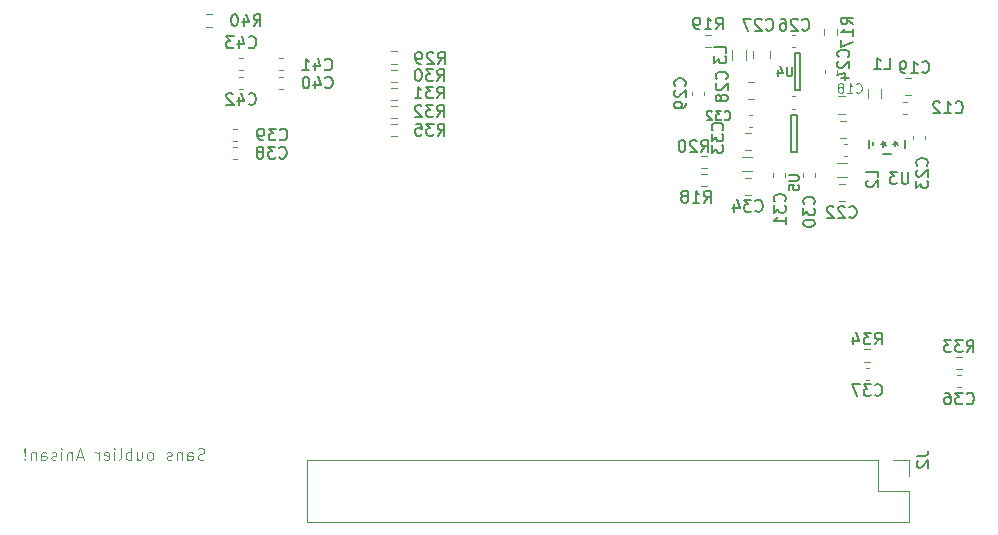
<source format=gbo>
G04 #@! TF.GenerationSoftware,KiCad,Pcbnew,9.0.1-9.0.1-0~ubuntu24.04.1*
G04 #@! TF.CreationDate,2025-04-10T02:26:27-04:00*
G04 #@! TF.ProjectId,EEG SHIELD,45454720-5348-4494-954c-442e6b696361,B*
G04 #@! TF.SameCoordinates,Original*
G04 #@! TF.FileFunction,Legend,Bot*
G04 #@! TF.FilePolarity,Positive*
%FSLAX46Y46*%
G04 Gerber Fmt 4.6, Leading zero omitted, Abs format (unit mm)*
G04 Created by KiCad (PCBNEW 9.0.1-9.0.1-0~ubuntu24.04.1) date 2025-04-10 02:26:27*
%MOMM*%
%LPD*%
G01*
G04 APERTURE LIST*
%ADD10C,0.100000*%
%ADD11C,0.150000*%
%ADD12C,0.125000*%
%ADD13C,0.120000*%
%ADD14C,0.152400*%
%ADD15C,0.200000*%
G04 APERTURE END LIST*
D10*
X131243734Y-127824800D02*
X131100877Y-127872419D01*
X131100877Y-127872419D02*
X130862782Y-127872419D01*
X130862782Y-127872419D02*
X130767544Y-127824800D01*
X130767544Y-127824800D02*
X130719925Y-127777180D01*
X130719925Y-127777180D02*
X130672306Y-127681942D01*
X130672306Y-127681942D02*
X130672306Y-127586704D01*
X130672306Y-127586704D02*
X130719925Y-127491466D01*
X130719925Y-127491466D02*
X130767544Y-127443847D01*
X130767544Y-127443847D02*
X130862782Y-127396228D01*
X130862782Y-127396228D02*
X131053258Y-127348609D01*
X131053258Y-127348609D02*
X131148496Y-127300990D01*
X131148496Y-127300990D02*
X131196115Y-127253371D01*
X131196115Y-127253371D02*
X131243734Y-127158133D01*
X131243734Y-127158133D02*
X131243734Y-127062895D01*
X131243734Y-127062895D02*
X131196115Y-126967657D01*
X131196115Y-126967657D02*
X131148496Y-126920038D01*
X131148496Y-126920038D02*
X131053258Y-126872419D01*
X131053258Y-126872419D02*
X130815163Y-126872419D01*
X130815163Y-126872419D02*
X130672306Y-126920038D01*
X129815163Y-127872419D02*
X129815163Y-127348609D01*
X129815163Y-127348609D02*
X129862782Y-127253371D01*
X129862782Y-127253371D02*
X129958020Y-127205752D01*
X129958020Y-127205752D02*
X130148496Y-127205752D01*
X130148496Y-127205752D02*
X130243734Y-127253371D01*
X129815163Y-127824800D02*
X129910401Y-127872419D01*
X129910401Y-127872419D02*
X130148496Y-127872419D01*
X130148496Y-127872419D02*
X130243734Y-127824800D01*
X130243734Y-127824800D02*
X130291353Y-127729561D01*
X130291353Y-127729561D02*
X130291353Y-127634323D01*
X130291353Y-127634323D02*
X130243734Y-127539085D01*
X130243734Y-127539085D02*
X130148496Y-127491466D01*
X130148496Y-127491466D02*
X129910401Y-127491466D01*
X129910401Y-127491466D02*
X129815163Y-127443847D01*
X129338972Y-127205752D02*
X129338972Y-127872419D01*
X129338972Y-127300990D02*
X129291353Y-127253371D01*
X129291353Y-127253371D02*
X129196115Y-127205752D01*
X129196115Y-127205752D02*
X129053258Y-127205752D01*
X129053258Y-127205752D02*
X128958020Y-127253371D01*
X128958020Y-127253371D02*
X128910401Y-127348609D01*
X128910401Y-127348609D02*
X128910401Y-127872419D01*
X128481829Y-127824800D02*
X128386591Y-127872419D01*
X128386591Y-127872419D02*
X128196115Y-127872419D01*
X128196115Y-127872419D02*
X128100877Y-127824800D01*
X128100877Y-127824800D02*
X128053258Y-127729561D01*
X128053258Y-127729561D02*
X128053258Y-127681942D01*
X128053258Y-127681942D02*
X128100877Y-127586704D01*
X128100877Y-127586704D02*
X128196115Y-127539085D01*
X128196115Y-127539085D02*
X128338972Y-127539085D01*
X128338972Y-127539085D02*
X128434210Y-127491466D01*
X128434210Y-127491466D02*
X128481829Y-127396228D01*
X128481829Y-127396228D02*
X128481829Y-127348609D01*
X128481829Y-127348609D02*
X128434210Y-127253371D01*
X128434210Y-127253371D02*
X128338972Y-127205752D01*
X128338972Y-127205752D02*
X128196115Y-127205752D01*
X128196115Y-127205752D02*
X128100877Y-127253371D01*
X126719924Y-127872419D02*
X126815162Y-127824800D01*
X126815162Y-127824800D02*
X126862781Y-127777180D01*
X126862781Y-127777180D02*
X126910400Y-127681942D01*
X126910400Y-127681942D02*
X126910400Y-127396228D01*
X126910400Y-127396228D02*
X126862781Y-127300990D01*
X126862781Y-127300990D02*
X126815162Y-127253371D01*
X126815162Y-127253371D02*
X126719924Y-127205752D01*
X126719924Y-127205752D02*
X126577067Y-127205752D01*
X126577067Y-127205752D02*
X126481829Y-127253371D01*
X126481829Y-127253371D02*
X126434210Y-127300990D01*
X126434210Y-127300990D02*
X126386591Y-127396228D01*
X126386591Y-127396228D02*
X126386591Y-127681942D01*
X126386591Y-127681942D02*
X126434210Y-127777180D01*
X126434210Y-127777180D02*
X126481829Y-127824800D01*
X126481829Y-127824800D02*
X126577067Y-127872419D01*
X126577067Y-127872419D02*
X126719924Y-127872419D01*
X125529448Y-127205752D02*
X125529448Y-127872419D01*
X125958019Y-127205752D02*
X125958019Y-127729561D01*
X125958019Y-127729561D02*
X125910400Y-127824800D01*
X125910400Y-127824800D02*
X125815162Y-127872419D01*
X125815162Y-127872419D02*
X125672305Y-127872419D01*
X125672305Y-127872419D02*
X125577067Y-127824800D01*
X125577067Y-127824800D02*
X125529448Y-127777180D01*
X125053257Y-127872419D02*
X125053257Y-126872419D01*
X125053257Y-127253371D02*
X124958019Y-127205752D01*
X124958019Y-127205752D02*
X124767543Y-127205752D01*
X124767543Y-127205752D02*
X124672305Y-127253371D01*
X124672305Y-127253371D02*
X124624686Y-127300990D01*
X124624686Y-127300990D02*
X124577067Y-127396228D01*
X124577067Y-127396228D02*
X124577067Y-127681942D01*
X124577067Y-127681942D02*
X124624686Y-127777180D01*
X124624686Y-127777180D02*
X124672305Y-127824800D01*
X124672305Y-127824800D02*
X124767543Y-127872419D01*
X124767543Y-127872419D02*
X124958019Y-127872419D01*
X124958019Y-127872419D02*
X125053257Y-127824800D01*
X124005638Y-127872419D02*
X124100876Y-127824800D01*
X124100876Y-127824800D02*
X124148495Y-127729561D01*
X124148495Y-127729561D02*
X124148495Y-126872419D01*
X123624685Y-127872419D02*
X123624685Y-127205752D01*
X123624685Y-126872419D02*
X123672304Y-126920038D01*
X123672304Y-126920038D02*
X123624685Y-126967657D01*
X123624685Y-126967657D02*
X123577066Y-126920038D01*
X123577066Y-126920038D02*
X123624685Y-126872419D01*
X123624685Y-126872419D02*
X123624685Y-126967657D01*
X122767543Y-127824800D02*
X122862781Y-127872419D01*
X122862781Y-127872419D02*
X123053257Y-127872419D01*
X123053257Y-127872419D02*
X123148495Y-127824800D01*
X123148495Y-127824800D02*
X123196114Y-127729561D01*
X123196114Y-127729561D02*
X123196114Y-127348609D01*
X123196114Y-127348609D02*
X123148495Y-127253371D01*
X123148495Y-127253371D02*
X123053257Y-127205752D01*
X123053257Y-127205752D02*
X122862781Y-127205752D01*
X122862781Y-127205752D02*
X122767543Y-127253371D01*
X122767543Y-127253371D02*
X122719924Y-127348609D01*
X122719924Y-127348609D02*
X122719924Y-127443847D01*
X122719924Y-127443847D02*
X123196114Y-127539085D01*
X122291352Y-127872419D02*
X122291352Y-127205752D01*
X122291352Y-127396228D02*
X122243733Y-127300990D01*
X122243733Y-127300990D02*
X122196114Y-127253371D01*
X122196114Y-127253371D02*
X122100876Y-127205752D01*
X122100876Y-127205752D02*
X122005638Y-127205752D01*
X120958018Y-127586704D02*
X120481828Y-127586704D01*
X121053256Y-127872419D02*
X120719923Y-126872419D01*
X120719923Y-126872419D02*
X120386590Y-127872419D01*
X120053256Y-127205752D02*
X120053256Y-127872419D01*
X120053256Y-127300990D02*
X120005637Y-127253371D01*
X120005637Y-127253371D02*
X119910399Y-127205752D01*
X119910399Y-127205752D02*
X119767542Y-127205752D01*
X119767542Y-127205752D02*
X119672304Y-127253371D01*
X119672304Y-127253371D02*
X119624685Y-127348609D01*
X119624685Y-127348609D02*
X119624685Y-127872419D01*
X119148494Y-127872419D02*
X119148494Y-127205752D01*
X119148494Y-126872419D02*
X119196113Y-126920038D01*
X119196113Y-126920038D02*
X119148494Y-126967657D01*
X119148494Y-126967657D02*
X119100875Y-126920038D01*
X119100875Y-126920038D02*
X119148494Y-126872419D01*
X119148494Y-126872419D02*
X119148494Y-126967657D01*
X118719923Y-127824800D02*
X118624685Y-127872419D01*
X118624685Y-127872419D02*
X118434209Y-127872419D01*
X118434209Y-127872419D02*
X118338971Y-127824800D01*
X118338971Y-127824800D02*
X118291352Y-127729561D01*
X118291352Y-127729561D02*
X118291352Y-127681942D01*
X118291352Y-127681942D02*
X118338971Y-127586704D01*
X118338971Y-127586704D02*
X118434209Y-127539085D01*
X118434209Y-127539085D02*
X118577066Y-127539085D01*
X118577066Y-127539085D02*
X118672304Y-127491466D01*
X118672304Y-127491466D02*
X118719923Y-127396228D01*
X118719923Y-127396228D02*
X118719923Y-127348609D01*
X118719923Y-127348609D02*
X118672304Y-127253371D01*
X118672304Y-127253371D02*
X118577066Y-127205752D01*
X118577066Y-127205752D02*
X118434209Y-127205752D01*
X118434209Y-127205752D02*
X118338971Y-127253371D01*
X117434209Y-127872419D02*
X117434209Y-127348609D01*
X117434209Y-127348609D02*
X117481828Y-127253371D01*
X117481828Y-127253371D02*
X117577066Y-127205752D01*
X117577066Y-127205752D02*
X117767542Y-127205752D01*
X117767542Y-127205752D02*
X117862780Y-127253371D01*
X117434209Y-127824800D02*
X117529447Y-127872419D01*
X117529447Y-127872419D02*
X117767542Y-127872419D01*
X117767542Y-127872419D02*
X117862780Y-127824800D01*
X117862780Y-127824800D02*
X117910399Y-127729561D01*
X117910399Y-127729561D02*
X117910399Y-127634323D01*
X117910399Y-127634323D02*
X117862780Y-127539085D01*
X117862780Y-127539085D02*
X117767542Y-127491466D01*
X117767542Y-127491466D02*
X117529447Y-127491466D01*
X117529447Y-127491466D02*
X117434209Y-127443847D01*
X116958018Y-127205752D02*
X116958018Y-127872419D01*
X116958018Y-127300990D02*
X116910399Y-127253371D01*
X116910399Y-127253371D02*
X116815161Y-127205752D01*
X116815161Y-127205752D02*
X116672304Y-127205752D01*
X116672304Y-127205752D02*
X116577066Y-127253371D01*
X116577066Y-127253371D02*
X116529447Y-127348609D01*
X116529447Y-127348609D02*
X116529447Y-127872419D01*
X116053256Y-127777180D02*
X116005637Y-127824800D01*
X116005637Y-127824800D02*
X116053256Y-127872419D01*
X116053256Y-127872419D02*
X116100875Y-127824800D01*
X116100875Y-127824800D02*
X116053256Y-127777180D01*
X116053256Y-127777180D02*
X116053256Y-127872419D01*
X116053256Y-127491466D02*
X116100875Y-126920038D01*
X116100875Y-126920038D02*
X116053256Y-126872419D01*
X116053256Y-126872419D02*
X116005637Y-126920038D01*
X116005637Y-126920038D02*
X116053256Y-127491466D01*
X116053256Y-127491466D02*
X116053256Y-126872419D01*
D11*
X190841904Y-103474819D02*
X190841904Y-104284342D01*
X190841904Y-104284342D02*
X190794285Y-104379580D01*
X190794285Y-104379580D02*
X190746666Y-104427200D01*
X190746666Y-104427200D02*
X190651428Y-104474819D01*
X190651428Y-104474819D02*
X190460952Y-104474819D01*
X190460952Y-104474819D02*
X190365714Y-104427200D01*
X190365714Y-104427200D02*
X190318095Y-104379580D01*
X190318095Y-104379580D02*
X190270476Y-104284342D01*
X190270476Y-104284342D02*
X190270476Y-103474819D01*
X189889523Y-103474819D02*
X189270476Y-103474819D01*
X189270476Y-103474819D02*
X189603809Y-103855771D01*
X189603809Y-103855771D02*
X189460952Y-103855771D01*
X189460952Y-103855771D02*
X189365714Y-103903390D01*
X189365714Y-103903390D02*
X189318095Y-103951009D01*
X189318095Y-103951009D02*
X189270476Y-104046247D01*
X189270476Y-104046247D02*
X189270476Y-104284342D01*
X189270476Y-104284342D02*
X189318095Y-104379580D01*
X189318095Y-104379580D02*
X189365714Y-104427200D01*
X189365714Y-104427200D02*
X189460952Y-104474819D01*
X189460952Y-104474819D02*
X189746666Y-104474819D01*
X189746666Y-104474819D02*
X189841904Y-104427200D01*
X189841904Y-104427200D02*
X189889523Y-104379580D01*
X189584819Y-101080000D02*
X189822914Y-101080000D01*
X189727676Y-100841905D02*
X189822914Y-101080000D01*
X189822914Y-101080000D02*
X189727676Y-101318095D01*
X190013390Y-100937143D02*
X189822914Y-101080000D01*
X189822914Y-101080000D02*
X190013390Y-101222857D01*
X188527318Y-101116200D02*
X188765413Y-101116200D01*
X188670175Y-100878105D02*
X188765413Y-101116200D01*
X188765413Y-101116200D02*
X188670175Y-101354295D01*
X188955889Y-100973343D02*
X188765413Y-101116200D01*
X188765413Y-101116200D02*
X188955889Y-101259057D01*
X175449580Y-95597142D02*
X175497200Y-95549523D01*
X175497200Y-95549523D02*
X175544819Y-95406666D01*
X175544819Y-95406666D02*
X175544819Y-95311428D01*
X175544819Y-95311428D02*
X175497200Y-95168571D01*
X175497200Y-95168571D02*
X175401961Y-95073333D01*
X175401961Y-95073333D02*
X175306723Y-95025714D01*
X175306723Y-95025714D02*
X175116247Y-94978095D01*
X175116247Y-94978095D02*
X174973390Y-94978095D01*
X174973390Y-94978095D02*
X174782914Y-95025714D01*
X174782914Y-95025714D02*
X174687676Y-95073333D01*
X174687676Y-95073333D02*
X174592438Y-95168571D01*
X174592438Y-95168571D02*
X174544819Y-95311428D01*
X174544819Y-95311428D02*
X174544819Y-95406666D01*
X174544819Y-95406666D02*
X174592438Y-95549523D01*
X174592438Y-95549523D02*
X174640057Y-95597142D01*
X174640057Y-95978095D02*
X174592438Y-96025714D01*
X174592438Y-96025714D02*
X174544819Y-96120952D01*
X174544819Y-96120952D02*
X174544819Y-96359047D01*
X174544819Y-96359047D02*
X174592438Y-96454285D01*
X174592438Y-96454285D02*
X174640057Y-96501904D01*
X174640057Y-96501904D02*
X174735295Y-96549523D01*
X174735295Y-96549523D02*
X174830533Y-96549523D01*
X174830533Y-96549523D02*
X174973390Y-96501904D01*
X174973390Y-96501904D02*
X175544819Y-95930476D01*
X175544819Y-95930476D02*
X175544819Y-96549523D01*
X174973390Y-97120952D02*
X174925771Y-97025714D01*
X174925771Y-97025714D02*
X174878152Y-96978095D01*
X174878152Y-96978095D02*
X174782914Y-96930476D01*
X174782914Y-96930476D02*
X174735295Y-96930476D01*
X174735295Y-96930476D02*
X174640057Y-96978095D01*
X174640057Y-96978095D02*
X174592438Y-97025714D01*
X174592438Y-97025714D02*
X174544819Y-97120952D01*
X174544819Y-97120952D02*
X174544819Y-97311428D01*
X174544819Y-97311428D02*
X174592438Y-97406666D01*
X174592438Y-97406666D02*
X174640057Y-97454285D01*
X174640057Y-97454285D02*
X174735295Y-97501904D01*
X174735295Y-97501904D02*
X174782914Y-97501904D01*
X174782914Y-97501904D02*
X174878152Y-97454285D01*
X174878152Y-97454285D02*
X174925771Y-97406666D01*
X174925771Y-97406666D02*
X174973390Y-97311428D01*
X174973390Y-97311428D02*
X174973390Y-97120952D01*
X174973390Y-97120952D02*
X175021009Y-97025714D01*
X175021009Y-97025714D02*
X175068628Y-96978095D01*
X175068628Y-96978095D02*
X175163866Y-96930476D01*
X175163866Y-96930476D02*
X175354342Y-96930476D01*
X175354342Y-96930476D02*
X175449580Y-96978095D01*
X175449580Y-96978095D02*
X175497200Y-97025714D01*
X175497200Y-97025714D02*
X175544819Y-97120952D01*
X175544819Y-97120952D02*
X175544819Y-97311428D01*
X175544819Y-97311428D02*
X175497200Y-97406666D01*
X175497200Y-97406666D02*
X175449580Y-97454285D01*
X175449580Y-97454285D02*
X175354342Y-97501904D01*
X175354342Y-97501904D02*
X175163866Y-97501904D01*
X175163866Y-97501904D02*
X175068628Y-97454285D01*
X175068628Y-97454285D02*
X175021009Y-97406666D01*
X175021009Y-97406666D02*
X174973390Y-97311428D01*
X188304819Y-103923333D02*
X188304819Y-103447143D01*
X188304819Y-103447143D02*
X187304819Y-103447143D01*
X187400057Y-104209048D02*
X187352438Y-104256667D01*
X187352438Y-104256667D02*
X187304819Y-104351905D01*
X187304819Y-104351905D02*
X187304819Y-104590000D01*
X187304819Y-104590000D02*
X187352438Y-104685238D01*
X187352438Y-104685238D02*
X187400057Y-104732857D01*
X187400057Y-104732857D02*
X187495295Y-104780476D01*
X187495295Y-104780476D02*
X187590533Y-104780476D01*
X187590533Y-104780476D02*
X187733390Y-104732857D01*
X187733390Y-104732857D02*
X188304819Y-104161429D01*
X188304819Y-104161429D02*
X188304819Y-104780476D01*
X135012857Y-92899580D02*
X135060476Y-92947200D01*
X135060476Y-92947200D02*
X135203333Y-92994819D01*
X135203333Y-92994819D02*
X135298571Y-92994819D01*
X135298571Y-92994819D02*
X135441428Y-92947200D01*
X135441428Y-92947200D02*
X135536666Y-92851961D01*
X135536666Y-92851961D02*
X135584285Y-92756723D01*
X135584285Y-92756723D02*
X135631904Y-92566247D01*
X135631904Y-92566247D02*
X135631904Y-92423390D01*
X135631904Y-92423390D02*
X135584285Y-92232914D01*
X135584285Y-92232914D02*
X135536666Y-92137676D01*
X135536666Y-92137676D02*
X135441428Y-92042438D01*
X135441428Y-92042438D02*
X135298571Y-91994819D01*
X135298571Y-91994819D02*
X135203333Y-91994819D01*
X135203333Y-91994819D02*
X135060476Y-92042438D01*
X135060476Y-92042438D02*
X135012857Y-92090057D01*
X134155714Y-92328152D02*
X134155714Y-92994819D01*
X134393809Y-91947200D02*
X134631904Y-92661485D01*
X134631904Y-92661485D02*
X134012857Y-92661485D01*
X133727142Y-91994819D02*
X133108095Y-91994819D01*
X133108095Y-91994819D02*
X133441428Y-92375771D01*
X133441428Y-92375771D02*
X133298571Y-92375771D01*
X133298571Y-92375771D02*
X133203333Y-92423390D01*
X133203333Y-92423390D02*
X133155714Y-92471009D01*
X133155714Y-92471009D02*
X133108095Y-92566247D01*
X133108095Y-92566247D02*
X133108095Y-92804342D01*
X133108095Y-92804342D02*
X133155714Y-92899580D01*
X133155714Y-92899580D02*
X133203333Y-92947200D01*
X133203333Y-92947200D02*
X133298571Y-92994819D01*
X133298571Y-92994819D02*
X133584285Y-92994819D01*
X133584285Y-92994819D02*
X133679523Y-92947200D01*
X133679523Y-92947200D02*
X133727142Y-92899580D01*
X135422857Y-91124819D02*
X135756190Y-90648628D01*
X135994285Y-91124819D02*
X135994285Y-90124819D01*
X135994285Y-90124819D02*
X135613333Y-90124819D01*
X135613333Y-90124819D02*
X135518095Y-90172438D01*
X135518095Y-90172438D02*
X135470476Y-90220057D01*
X135470476Y-90220057D02*
X135422857Y-90315295D01*
X135422857Y-90315295D02*
X135422857Y-90458152D01*
X135422857Y-90458152D02*
X135470476Y-90553390D01*
X135470476Y-90553390D02*
X135518095Y-90601009D01*
X135518095Y-90601009D02*
X135613333Y-90648628D01*
X135613333Y-90648628D02*
X135994285Y-90648628D01*
X134565714Y-90458152D02*
X134565714Y-91124819D01*
X134803809Y-90077200D02*
X135041904Y-90791485D01*
X135041904Y-90791485D02*
X134422857Y-90791485D01*
X133851428Y-90124819D02*
X133756190Y-90124819D01*
X133756190Y-90124819D02*
X133660952Y-90172438D01*
X133660952Y-90172438D02*
X133613333Y-90220057D01*
X133613333Y-90220057D02*
X133565714Y-90315295D01*
X133565714Y-90315295D02*
X133518095Y-90505771D01*
X133518095Y-90505771D02*
X133518095Y-90743866D01*
X133518095Y-90743866D02*
X133565714Y-90934342D01*
X133565714Y-90934342D02*
X133613333Y-91029580D01*
X133613333Y-91029580D02*
X133660952Y-91077200D01*
X133660952Y-91077200D02*
X133756190Y-91124819D01*
X133756190Y-91124819D02*
X133851428Y-91124819D01*
X133851428Y-91124819D02*
X133946666Y-91077200D01*
X133946666Y-91077200D02*
X133994285Y-91029580D01*
X133994285Y-91029580D02*
X134041904Y-90934342D01*
X134041904Y-90934342D02*
X134089523Y-90743866D01*
X134089523Y-90743866D02*
X134089523Y-90505771D01*
X134089523Y-90505771D02*
X134041904Y-90315295D01*
X134041904Y-90315295D02*
X133994285Y-90220057D01*
X133994285Y-90220057D02*
X133946666Y-90172438D01*
X133946666Y-90172438D02*
X133851428Y-90124819D01*
X178802857Y-91409580D02*
X178850476Y-91457200D01*
X178850476Y-91457200D02*
X178993333Y-91504819D01*
X178993333Y-91504819D02*
X179088571Y-91504819D01*
X179088571Y-91504819D02*
X179231428Y-91457200D01*
X179231428Y-91457200D02*
X179326666Y-91361961D01*
X179326666Y-91361961D02*
X179374285Y-91266723D01*
X179374285Y-91266723D02*
X179421904Y-91076247D01*
X179421904Y-91076247D02*
X179421904Y-90933390D01*
X179421904Y-90933390D02*
X179374285Y-90742914D01*
X179374285Y-90742914D02*
X179326666Y-90647676D01*
X179326666Y-90647676D02*
X179231428Y-90552438D01*
X179231428Y-90552438D02*
X179088571Y-90504819D01*
X179088571Y-90504819D02*
X178993333Y-90504819D01*
X178993333Y-90504819D02*
X178850476Y-90552438D01*
X178850476Y-90552438D02*
X178802857Y-90600057D01*
X178421904Y-90600057D02*
X178374285Y-90552438D01*
X178374285Y-90552438D02*
X178279047Y-90504819D01*
X178279047Y-90504819D02*
X178040952Y-90504819D01*
X178040952Y-90504819D02*
X177945714Y-90552438D01*
X177945714Y-90552438D02*
X177898095Y-90600057D01*
X177898095Y-90600057D02*
X177850476Y-90695295D01*
X177850476Y-90695295D02*
X177850476Y-90790533D01*
X177850476Y-90790533D02*
X177898095Y-90933390D01*
X177898095Y-90933390D02*
X178469523Y-91504819D01*
X178469523Y-91504819D02*
X177850476Y-91504819D01*
X177517142Y-90504819D02*
X176850476Y-90504819D01*
X176850476Y-90504819D02*
X177279047Y-91504819D01*
D12*
X186414285Y-96707404D02*
X186452381Y-96745500D01*
X186452381Y-96745500D02*
X186566666Y-96783595D01*
X186566666Y-96783595D02*
X186642857Y-96783595D01*
X186642857Y-96783595D02*
X186757143Y-96745500D01*
X186757143Y-96745500D02*
X186833333Y-96669309D01*
X186833333Y-96669309D02*
X186871428Y-96593119D01*
X186871428Y-96593119D02*
X186909524Y-96440738D01*
X186909524Y-96440738D02*
X186909524Y-96326452D01*
X186909524Y-96326452D02*
X186871428Y-96174071D01*
X186871428Y-96174071D02*
X186833333Y-96097880D01*
X186833333Y-96097880D02*
X186757143Y-96021690D01*
X186757143Y-96021690D02*
X186642857Y-95983595D01*
X186642857Y-95983595D02*
X186566666Y-95983595D01*
X186566666Y-95983595D02*
X186452381Y-96021690D01*
X186452381Y-96021690D02*
X186414285Y-96059785D01*
X185652381Y-96783595D02*
X186109524Y-96783595D01*
X185880952Y-96783595D02*
X185880952Y-95983595D01*
X185880952Y-95983595D02*
X185957143Y-96097880D01*
X185957143Y-96097880D02*
X186033333Y-96174071D01*
X186033333Y-96174071D02*
X186109524Y-96212166D01*
X185195238Y-96326452D02*
X185271428Y-96288357D01*
X185271428Y-96288357D02*
X185309523Y-96250261D01*
X185309523Y-96250261D02*
X185347619Y-96174071D01*
X185347619Y-96174071D02*
X185347619Y-96135976D01*
X185347619Y-96135976D02*
X185309523Y-96059785D01*
X185309523Y-96059785D02*
X185271428Y-96021690D01*
X185271428Y-96021690D02*
X185195238Y-95983595D01*
X185195238Y-95983595D02*
X185042857Y-95983595D01*
X185042857Y-95983595D02*
X184966666Y-96021690D01*
X184966666Y-96021690D02*
X184928571Y-96059785D01*
X184928571Y-96059785D02*
X184890476Y-96135976D01*
X184890476Y-96135976D02*
X184890476Y-96174071D01*
X184890476Y-96174071D02*
X184928571Y-96250261D01*
X184928571Y-96250261D02*
X184966666Y-96288357D01*
X184966666Y-96288357D02*
X185042857Y-96326452D01*
X185042857Y-96326452D02*
X185195238Y-96326452D01*
X185195238Y-96326452D02*
X185271428Y-96364547D01*
X185271428Y-96364547D02*
X185309523Y-96402642D01*
X185309523Y-96402642D02*
X185347619Y-96478833D01*
X185347619Y-96478833D02*
X185347619Y-96631214D01*
X185347619Y-96631214D02*
X185309523Y-96707404D01*
X185309523Y-96707404D02*
X185271428Y-96745500D01*
X185271428Y-96745500D02*
X185195238Y-96783595D01*
X185195238Y-96783595D02*
X185042857Y-96783595D01*
X185042857Y-96783595D02*
X184966666Y-96745500D01*
X184966666Y-96745500D02*
X184928571Y-96707404D01*
X184928571Y-96707404D02*
X184890476Y-96631214D01*
X184890476Y-96631214D02*
X184890476Y-96478833D01*
X184890476Y-96478833D02*
X184928571Y-96402642D01*
X184928571Y-96402642D02*
X184966666Y-96364547D01*
X184966666Y-96364547D02*
X185042857Y-96326452D01*
D11*
X191544819Y-127516666D02*
X192259104Y-127516666D01*
X192259104Y-127516666D02*
X192401961Y-127469047D01*
X192401961Y-127469047D02*
X192497200Y-127373809D01*
X192497200Y-127373809D02*
X192544819Y-127230952D01*
X192544819Y-127230952D02*
X192544819Y-127135714D01*
X191640057Y-127945238D02*
X191592438Y-127992857D01*
X191592438Y-127992857D02*
X191544819Y-128088095D01*
X191544819Y-128088095D02*
X191544819Y-128326190D01*
X191544819Y-128326190D02*
X191592438Y-128421428D01*
X191592438Y-128421428D02*
X191640057Y-128469047D01*
X191640057Y-128469047D02*
X191735295Y-128516666D01*
X191735295Y-128516666D02*
X191830533Y-128516666D01*
X191830533Y-128516666D02*
X191973390Y-128469047D01*
X191973390Y-128469047D02*
X192544819Y-127897619D01*
X192544819Y-127897619D02*
X192544819Y-128516666D01*
X194842857Y-98419580D02*
X194890476Y-98467200D01*
X194890476Y-98467200D02*
X195033333Y-98514819D01*
X195033333Y-98514819D02*
X195128571Y-98514819D01*
X195128571Y-98514819D02*
X195271428Y-98467200D01*
X195271428Y-98467200D02*
X195366666Y-98371961D01*
X195366666Y-98371961D02*
X195414285Y-98276723D01*
X195414285Y-98276723D02*
X195461904Y-98086247D01*
X195461904Y-98086247D02*
X195461904Y-97943390D01*
X195461904Y-97943390D02*
X195414285Y-97752914D01*
X195414285Y-97752914D02*
X195366666Y-97657676D01*
X195366666Y-97657676D02*
X195271428Y-97562438D01*
X195271428Y-97562438D02*
X195128571Y-97514819D01*
X195128571Y-97514819D02*
X195033333Y-97514819D01*
X195033333Y-97514819D02*
X194890476Y-97562438D01*
X194890476Y-97562438D02*
X194842857Y-97610057D01*
X193890476Y-98514819D02*
X194461904Y-98514819D01*
X194176190Y-98514819D02*
X194176190Y-97514819D01*
X194176190Y-97514819D02*
X194271428Y-97657676D01*
X194271428Y-97657676D02*
X194366666Y-97752914D01*
X194366666Y-97752914D02*
X194461904Y-97800533D01*
X193509523Y-97610057D02*
X193461904Y-97562438D01*
X193461904Y-97562438D02*
X193366666Y-97514819D01*
X193366666Y-97514819D02*
X193128571Y-97514819D01*
X193128571Y-97514819D02*
X193033333Y-97562438D01*
X193033333Y-97562438D02*
X192985714Y-97610057D01*
X192985714Y-97610057D02*
X192938095Y-97705295D01*
X192938095Y-97705295D02*
X192938095Y-97800533D01*
X192938095Y-97800533D02*
X192985714Y-97943390D01*
X192985714Y-97943390D02*
X193557142Y-98514819D01*
X193557142Y-98514819D02*
X192938095Y-98514819D01*
X180364351Y-105977142D02*
X180411971Y-105929523D01*
X180411971Y-105929523D02*
X180459590Y-105786666D01*
X180459590Y-105786666D02*
X180459590Y-105691428D01*
X180459590Y-105691428D02*
X180411971Y-105548571D01*
X180411971Y-105548571D02*
X180316732Y-105453333D01*
X180316732Y-105453333D02*
X180221494Y-105405714D01*
X180221494Y-105405714D02*
X180031018Y-105358095D01*
X180031018Y-105358095D02*
X179888161Y-105358095D01*
X179888161Y-105358095D02*
X179697685Y-105405714D01*
X179697685Y-105405714D02*
X179602447Y-105453333D01*
X179602447Y-105453333D02*
X179507209Y-105548571D01*
X179507209Y-105548571D02*
X179459590Y-105691428D01*
X179459590Y-105691428D02*
X179459590Y-105786666D01*
X179459590Y-105786666D02*
X179507209Y-105929523D01*
X179507209Y-105929523D02*
X179554828Y-105977142D01*
X179459590Y-106310476D02*
X179459590Y-106929523D01*
X179459590Y-106929523D02*
X179840542Y-106596190D01*
X179840542Y-106596190D02*
X179840542Y-106739047D01*
X179840542Y-106739047D02*
X179888161Y-106834285D01*
X179888161Y-106834285D02*
X179935780Y-106881904D01*
X179935780Y-106881904D02*
X180031018Y-106929523D01*
X180031018Y-106929523D02*
X180269113Y-106929523D01*
X180269113Y-106929523D02*
X180364351Y-106881904D01*
X180364351Y-106881904D02*
X180411971Y-106834285D01*
X180411971Y-106834285D02*
X180459590Y-106739047D01*
X180459590Y-106739047D02*
X180459590Y-106453333D01*
X180459590Y-106453333D02*
X180411971Y-106358095D01*
X180411971Y-106358095D02*
X180364351Y-106310476D01*
X180459590Y-107881904D02*
X180459590Y-107310476D01*
X180459590Y-107596190D02*
X179459590Y-107596190D01*
X179459590Y-107596190D02*
X179602447Y-107500952D01*
X179602447Y-107500952D02*
X179697685Y-107405714D01*
X179697685Y-107405714D02*
X179745304Y-107310476D01*
X182832080Y-106197142D02*
X182879700Y-106149523D01*
X182879700Y-106149523D02*
X182927319Y-106006666D01*
X182927319Y-106006666D02*
X182927319Y-105911428D01*
X182927319Y-105911428D02*
X182879700Y-105768571D01*
X182879700Y-105768571D02*
X182784461Y-105673333D01*
X182784461Y-105673333D02*
X182689223Y-105625714D01*
X182689223Y-105625714D02*
X182498747Y-105578095D01*
X182498747Y-105578095D02*
X182355890Y-105578095D01*
X182355890Y-105578095D02*
X182165414Y-105625714D01*
X182165414Y-105625714D02*
X182070176Y-105673333D01*
X182070176Y-105673333D02*
X181974938Y-105768571D01*
X181974938Y-105768571D02*
X181927319Y-105911428D01*
X181927319Y-105911428D02*
X181927319Y-106006666D01*
X181927319Y-106006666D02*
X181974938Y-106149523D01*
X181974938Y-106149523D02*
X182022557Y-106197142D01*
X181927319Y-106530476D02*
X181927319Y-107149523D01*
X181927319Y-107149523D02*
X182308271Y-106816190D01*
X182308271Y-106816190D02*
X182308271Y-106959047D01*
X182308271Y-106959047D02*
X182355890Y-107054285D01*
X182355890Y-107054285D02*
X182403509Y-107101904D01*
X182403509Y-107101904D02*
X182498747Y-107149523D01*
X182498747Y-107149523D02*
X182736842Y-107149523D01*
X182736842Y-107149523D02*
X182832080Y-107101904D01*
X182832080Y-107101904D02*
X182879700Y-107054285D01*
X182879700Y-107054285D02*
X182927319Y-106959047D01*
X182927319Y-106959047D02*
X182927319Y-106673333D01*
X182927319Y-106673333D02*
X182879700Y-106578095D01*
X182879700Y-106578095D02*
X182832080Y-106530476D01*
X181927319Y-107768571D02*
X181927319Y-107863809D01*
X181927319Y-107863809D02*
X181974938Y-107959047D01*
X181974938Y-107959047D02*
X182022557Y-108006666D01*
X182022557Y-108006666D02*
X182117795Y-108054285D01*
X182117795Y-108054285D02*
X182308271Y-108101904D01*
X182308271Y-108101904D02*
X182546366Y-108101904D01*
X182546366Y-108101904D02*
X182736842Y-108054285D01*
X182736842Y-108054285D02*
X182832080Y-108006666D01*
X182832080Y-108006666D02*
X182879700Y-107959047D01*
X182879700Y-107959047D02*
X182927319Y-107863809D01*
X182927319Y-107863809D02*
X182927319Y-107768571D01*
X182927319Y-107768571D02*
X182879700Y-107673333D01*
X182879700Y-107673333D02*
X182832080Y-107625714D01*
X182832080Y-107625714D02*
X182736842Y-107578095D01*
X182736842Y-107578095D02*
X182546366Y-107530476D01*
X182546366Y-107530476D02*
X182308271Y-107530476D01*
X182308271Y-107530476D02*
X182117795Y-107578095D01*
X182117795Y-107578095D02*
X182022557Y-107625714D01*
X182022557Y-107625714D02*
X181974938Y-107673333D01*
X181974938Y-107673333D02*
X181927319Y-107768571D01*
X195780357Y-118724819D02*
X196113690Y-118248628D01*
X196351785Y-118724819D02*
X196351785Y-117724819D01*
X196351785Y-117724819D02*
X195970833Y-117724819D01*
X195970833Y-117724819D02*
X195875595Y-117772438D01*
X195875595Y-117772438D02*
X195827976Y-117820057D01*
X195827976Y-117820057D02*
X195780357Y-117915295D01*
X195780357Y-117915295D02*
X195780357Y-118058152D01*
X195780357Y-118058152D02*
X195827976Y-118153390D01*
X195827976Y-118153390D02*
X195875595Y-118201009D01*
X195875595Y-118201009D02*
X195970833Y-118248628D01*
X195970833Y-118248628D02*
X196351785Y-118248628D01*
X195447023Y-117724819D02*
X194827976Y-117724819D01*
X194827976Y-117724819D02*
X195161309Y-118105771D01*
X195161309Y-118105771D02*
X195018452Y-118105771D01*
X195018452Y-118105771D02*
X194923214Y-118153390D01*
X194923214Y-118153390D02*
X194875595Y-118201009D01*
X194875595Y-118201009D02*
X194827976Y-118296247D01*
X194827976Y-118296247D02*
X194827976Y-118534342D01*
X194827976Y-118534342D02*
X194875595Y-118629580D01*
X194875595Y-118629580D02*
X194923214Y-118677200D01*
X194923214Y-118677200D02*
X195018452Y-118724819D01*
X195018452Y-118724819D02*
X195304166Y-118724819D01*
X195304166Y-118724819D02*
X195399404Y-118677200D01*
X195399404Y-118677200D02*
X195447023Y-118629580D01*
X194494642Y-117724819D02*
X193875595Y-117724819D01*
X193875595Y-117724819D02*
X194208928Y-118105771D01*
X194208928Y-118105771D02*
X194066071Y-118105771D01*
X194066071Y-118105771D02*
X193970833Y-118153390D01*
X193970833Y-118153390D02*
X193923214Y-118201009D01*
X193923214Y-118201009D02*
X193875595Y-118296247D01*
X193875595Y-118296247D02*
X193875595Y-118534342D01*
X193875595Y-118534342D02*
X193923214Y-118629580D01*
X193923214Y-118629580D02*
X193970833Y-118677200D01*
X193970833Y-118677200D02*
X194066071Y-118724819D01*
X194066071Y-118724819D02*
X194351785Y-118724819D01*
X194351785Y-118724819D02*
X194447023Y-118677200D01*
X194447023Y-118677200D02*
X194494642Y-118629580D01*
X185842857Y-107269580D02*
X185890476Y-107317200D01*
X185890476Y-107317200D02*
X186033333Y-107364819D01*
X186033333Y-107364819D02*
X186128571Y-107364819D01*
X186128571Y-107364819D02*
X186271428Y-107317200D01*
X186271428Y-107317200D02*
X186366666Y-107221961D01*
X186366666Y-107221961D02*
X186414285Y-107126723D01*
X186414285Y-107126723D02*
X186461904Y-106936247D01*
X186461904Y-106936247D02*
X186461904Y-106793390D01*
X186461904Y-106793390D02*
X186414285Y-106602914D01*
X186414285Y-106602914D02*
X186366666Y-106507676D01*
X186366666Y-106507676D02*
X186271428Y-106412438D01*
X186271428Y-106412438D02*
X186128571Y-106364819D01*
X186128571Y-106364819D02*
X186033333Y-106364819D01*
X186033333Y-106364819D02*
X185890476Y-106412438D01*
X185890476Y-106412438D02*
X185842857Y-106460057D01*
X185461904Y-106460057D02*
X185414285Y-106412438D01*
X185414285Y-106412438D02*
X185319047Y-106364819D01*
X185319047Y-106364819D02*
X185080952Y-106364819D01*
X185080952Y-106364819D02*
X184985714Y-106412438D01*
X184985714Y-106412438D02*
X184938095Y-106460057D01*
X184938095Y-106460057D02*
X184890476Y-106555295D01*
X184890476Y-106555295D02*
X184890476Y-106650533D01*
X184890476Y-106650533D02*
X184938095Y-106793390D01*
X184938095Y-106793390D02*
X185509523Y-107364819D01*
X185509523Y-107364819D02*
X184890476Y-107364819D01*
X184509523Y-106460057D02*
X184461904Y-106412438D01*
X184461904Y-106412438D02*
X184366666Y-106364819D01*
X184366666Y-106364819D02*
X184128571Y-106364819D01*
X184128571Y-106364819D02*
X184033333Y-106412438D01*
X184033333Y-106412438D02*
X183985714Y-106460057D01*
X183985714Y-106460057D02*
X183938095Y-106555295D01*
X183938095Y-106555295D02*
X183938095Y-106650533D01*
X183938095Y-106650533D02*
X183985714Y-106793390D01*
X183985714Y-106793390D02*
X184557142Y-107364819D01*
X184557142Y-107364819D02*
X183938095Y-107364819D01*
X180765438Y-103780476D02*
X181413057Y-103780476D01*
X181413057Y-103780476D02*
X181489247Y-103818571D01*
X181489247Y-103818571D02*
X181527343Y-103856666D01*
X181527343Y-103856666D02*
X181565438Y-103932857D01*
X181565438Y-103932857D02*
X181565438Y-104085238D01*
X181565438Y-104085238D02*
X181527343Y-104161428D01*
X181527343Y-104161428D02*
X181489247Y-104199523D01*
X181489247Y-104199523D02*
X181413057Y-104237619D01*
X181413057Y-104237619D02*
X180765438Y-104237619D01*
X180765438Y-104999523D02*
X180765438Y-104618571D01*
X180765438Y-104618571D02*
X181146390Y-104580475D01*
X181146390Y-104580475D02*
X181108295Y-104618571D01*
X181108295Y-104618571D02*
X181070200Y-104694761D01*
X181070200Y-104694761D02*
X181070200Y-104885237D01*
X181070200Y-104885237D02*
X181108295Y-104961428D01*
X181108295Y-104961428D02*
X181146390Y-104999523D01*
X181146390Y-104999523D02*
X181222581Y-105037618D01*
X181222581Y-105037618D02*
X181413057Y-105037618D01*
X181413057Y-105037618D02*
X181489247Y-104999523D01*
X181489247Y-104999523D02*
X181527343Y-104961428D01*
X181527343Y-104961428D02*
X181565438Y-104885237D01*
X181565438Y-104885237D02*
X181565438Y-104694761D01*
X181565438Y-104694761D02*
X181527343Y-104618571D01*
X181527343Y-104618571D02*
X181489247Y-104580475D01*
X185749580Y-93737142D02*
X185797200Y-93689523D01*
X185797200Y-93689523D02*
X185844819Y-93546666D01*
X185844819Y-93546666D02*
X185844819Y-93451428D01*
X185844819Y-93451428D02*
X185797200Y-93308571D01*
X185797200Y-93308571D02*
X185701961Y-93213333D01*
X185701961Y-93213333D02*
X185606723Y-93165714D01*
X185606723Y-93165714D02*
X185416247Y-93118095D01*
X185416247Y-93118095D02*
X185273390Y-93118095D01*
X185273390Y-93118095D02*
X185082914Y-93165714D01*
X185082914Y-93165714D02*
X184987676Y-93213333D01*
X184987676Y-93213333D02*
X184892438Y-93308571D01*
X184892438Y-93308571D02*
X184844819Y-93451428D01*
X184844819Y-93451428D02*
X184844819Y-93546666D01*
X184844819Y-93546666D02*
X184892438Y-93689523D01*
X184892438Y-93689523D02*
X184940057Y-93737142D01*
X184940057Y-94118095D02*
X184892438Y-94165714D01*
X184892438Y-94165714D02*
X184844819Y-94260952D01*
X184844819Y-94260952D02*
X184844819Y-94499047D01*
X184844819Y-94499047D02*
X184892438Y-94594285D01*
X184892438Y-94594285D02*
X184940057Y-94641904D01*
X184940057Y-94641904D02*
X185035295Y-94689523D01*
X185035295Y-94689523D02*
X185130533Y-94689523D01*
X185130533Y-94689523D02*
X185273390Y-94641904D01*
X185273390Y-94641904D02*
X185844819Y-94070476D01*
X185844819Y-94070476D02*
X185844819Y-94689523D01*
X185178152Y-95546666D02*
X185844819Y-95546666D01*
X184797200Y-95308571D02*
X185511485Y-95070476D01*
X185511485Y-95070476D02*
X185511485Y-95689523D01*
X173302857Y-101774819D02*
X173636190Y-101298628D01*
X173874285Y-101774819D02*
X173874285Y-100774819D01*
X173874285Y-100774819D02*
X173493333Y-100774819D01*
X173493333Y-100774819D02*
X173398095Y-100822438D01*
X173398095Y-100822438D02*
X173350476Y-100870057D01*
X173350476Y-100870057D02*
X173302857Y-100965295D01*
X173302857Y-100965295D02*
X173302857Y-101108152D01*
X173302857Y-101108152D02*
X173350476Y-101203390D01*
X173350476Y-101203390D02*
X173398095Y-101251009D01*
X173398095Y-101251009D02*
X173493333Y-101298628D01*
X173493333Y-101298628D02*
X173874285Y-101298628D01*
X172921904Y-100870057D02*
X172874285Y-100822438D01*
X172874285Y-100822438D02*
X172779047Y-100774819D01*
X172779047Y-100774819D02*
X172540952Y-100774819D01*
X172540952Y-100774819D02*
X172445714Y-100822438D01*
X172445714Y-100822438D02*
X172398095Y-100870057D01*
X172398095Y-100870057D02*
X172350476Y-100965295D01*
X172350476Y-100965295D02*
X172350476Y-101060533D01*
X172350476Y-101060533D02*
X172398095Y-101203390D01*
X172398095Y-101203390D02*
X172969523Y-101774819D01*
X172969523Y-101774819D02*
X172350476Y-101774819D01*
X171731428Y-100774819D02*
X171636190Y-100774819D01*
X171636190Y-100774819D02*
X171540952Y-100822438D01*
X171540952Y-100822438D02*
X171493333Y-100870057D01*
X171493333Y-100870057D02*
X171445714Y-100965295D01*
X171445714Y-100965295D02*
X171398095Y-101155771D01*
X171398095Y-101155771D02*
X171398095Y-101393866D01*
X171398095Y-101393866D02*
X171445714Y-101584342D01*
X171445714Y-101584342D02*
X171493333Y-101679580D01*
X171493333Y-101679580D02*
X171540952Y-101727200D01*
X171540952Y-101727200D02*
X171636190Y-101774819D01*
X171636190Y-101774819D02*
X171731428Y-101774819D01*
X171731428Y-101774819D02*
X171826666Y-101727200D01*
X171826666Y-101727200D02*
X171874285Y-101679580D01*
X171874285Y-101679580D02*
X171921904Y-101584342D01*
X171921904Y-101584342D02*
X171969523Y-101393866D01*
X171969523Y-101393866D02*
X171969523Y-101155771D01*
X171969523Y-101155771D02*
X171921904Y-100965295D01*
X171921904Y-100965295D02*
X171874285Y-100870057D01*
X171874285Y-100870057D02*
X171826666Y-100822438D01*
X171826666Y-100822438D02*
X171731428Y-100774819D01*
X150992857Y-100394819D02*
X151326190Y-99918628D01*
X151564285Y-100394819D02*
X151564285Y-99394819D01*
X151564285Y-99394819D02*
X151183333Y-99394819D01*
X151183333Y-99394819D02*
X151088095Y-99442438D01*
X151088095Y-99442438D02*
X151040476Y-99490057D01*
X151040476Y-99490057D02*
X150992857Y-99585295D01*
X150992857Y-99585295D02*
X150992857Y-99728152D01*
X150992857Y-99728152D02*
X151040476Y-99823390D01*
X151040476Y-99823390D02*
X151088095Y-99871009D01*
X151088095Y-99871009D02*
X151183333Y-99918628D01*
X151183333Y-99918628D02*
X151564285Y-99918628D01*
X150659523Y-99394819D02*
X150040476Y-99394819D01*
X150040476Y-99394819D02*
X150373809Y-99775771D01*
X150373809Y-99775771D02*
X150230952Y-99775771D01*
X150230952Y-99775771D02*
X150135714Y-99823390D01*
X150135714Y-99823390D02*
X150088095Y-99871009D01*
X150088095Y-99871009D02*
X150040476Y-99966247D01*
X150040476Y-99966247D02*
X150040476Y-100204342D01*
X150040476Y-100204342D02*
X150088095Y-100299580D01*
X150088095Y-100299580D02*
X150135714Y-100347200D01*
X150135714Y-100347200D02*
X150230952Y-100394819D01*
X150230952Y-100394819D02*
X150516666Y-100394819D01*
X150516666Y-100394819D02*
X150611904Y-100347200D01*
X150611904Y-100347200D02*
X150659523Y-100299580D01*
X149135714Y-99394819D02*
X149611904Y-99394819D01*
X149611904Y-99394819D02*
X149659523Y-99871009D01*
X149659523Y-99871009D02*
X149611904Y-99823390D01*
X149611904Y-99823390D02*
X149516666Y-99775771D01*
X149516666Y-99775771D02*
X149278571Y-99775771D01*
X149278571Y-99775771D02*
X149183333Y-99823390D01*
X149183333Y-99823390D02*
X149135714Y-99871009D01*
X149135714Y-99871009D02*
X149088095Y-99966247D01*
X149088095Y-99966247D02*
X149088095Y-100204342D01*
X149088095Y-100204342D02*
X149135714Y-100299580D01*
X149135714Y-100299580D02*
X149183333Y-100347200D01*
X149183333Y-100347200D02*
X149278571Y-100394819D01*
X149278571Y-100394819D02*
X149516666Y-100394819D01*
X149516666Y-100394819D02*
X149611904Y-100347200D01*
X149611904Y-100347200D02*
X149659523Y-100299580D01*
X186154819Y-90987142D02*
X185678628Y-90653809D01*
X186154819Y-90415714D02*
X185154819Y-90415714D01*
X185154819Y-90415714D02*
X185154819Y-90796666D01*
X185154819Y-90796666D02*
X185202438Y-90891904D01*
X185202438Y-90891904D02*
X185250057Y-90939523D01*
X185250057Y-90939523D02*
X185345295Y-90987142D01*
X185345295Y-90987142D02*
X185488152Y-90987142D01*
X185488152Y-90987142D02*
X185583390Y-90939523D01*
X185583390Y-90939523D02*
X185631009Y-90891904D01*
X185631009Y-90891904D02*
X185678628Y-90796666D01*
X185678628Y-90796666D02*
X185678628Y-90415714D01*
X186154819Y-91939523D02*
X186154819Y-91368095D01*
X186154819Y-91653809D02*
X185154819Y-91653809D01*
X185154819Y-91653809D02*
X185297676Y-91558571D01*
X185297676Y-91558571D02*
X185392914Y-91463333D01*
X185392914Y-91463333D02*
X185440533Y-91368095D01*
X185154819Y-92272857D02*
X185154819Y-92939523D01*
X185154819Y-92939523D02*
X186154819Y-92510952D01*
X175284285Y-99016104D02*
X175322381Y-99054200D01*
X175322381Y-99054200D02*
X175436666Y-99092295D01*
X175436666Y-99092295D02*
X175512857Y-99092295D01*
X175512857Y-99092295D02*
X175627143Y-99054200D01*
X175627143Y-99054200D02*
X175703333Y-98978009D01*
X175703333Y-98978009D02*
X175741428Y-98901819D01*
X175741428Y-98901819D02*
X175779524Y-98749438D01*
X175779524Y-98749438D02*
X175779524Y-98635152D01*
X175779524Y-98635152D02*
X175741428Y-98482771D01*
X175741428Y-98482771D02*
X175703333Y-98406580D01*
X175703333Y-98406580D02*
X175627143Y-98330390D01*
X175627143Y-98330390D02*
X175512857Y-98292295D01*
X175512857Y-98292295D02*
X175436666Y-98292295D01*
X175436666Y-98292295D02*
X175322381Y-98330390D01*
X175322381Y-98330390D02*
X175284285Y-98368485D01*
X175017619Y-98292295D02*
X174522381Y-98292295D01*
X174522381Y-98292295D02*
X174789047Y-98597057D01*
X174789047Y-98597057D02*
X174674762Y-98597057D01*
X174674762Y-98597057D02*
X174598571Y-98635152D01*
X174598571Y-98635152D02*
X174560476Y-98673247D01*
X174560476Y-98673247D02*
X174522381Y-98749438D01*
X174522381Y-98749438D02*
X174522381Y-98939914D01*
X174522381Y-98939914D02*
X174560476Y-99016104D01*
X174560476Y-99016104D02*
X174598571Y-99054200D01*
X174598571Y-99054200D02*
X174674762Y-99092295D01*
X174674762Y-99092295D02*
X174903333Y-99092295D01*
X174903333Y-99092295D02*
X174979524Y-99054200D01*
X174979524Y-99054200D02*
X175017619Y-99016104D01*
X174217619Y-98368485D02*
X174179523Y-98330390D01*
X174179523Y-98330390D02*
X174103333Y-98292295D01*
X174103333Y-98292295D02*
X173912857Y-98292295D01*
X173912857Y-98292295D02*
X173836666Y-98330390D01*
X173836666Y-98330390D02*
X173798571Y-98368485D01*
X173798571Y-98368485D02*
X173760476Y-98444676D01*
X173760476Y-98444676D02*
X173760476Y-98520866D01*
X173760476Y-98520866D02*
X173798571Y-98635152D01*
X173798571Y-98635152D02*
X174255714Y-99092295D01*
X174255714Y-99092295D02*
X173760476Y-99092295D01*
X137635357Y-100709580D02*
X137682976Y-100757200D01*
X137682976Y-100757200D02*
X137825833Y-100804819D01*
X137825833Y-100804819D02*
X137921071Y-100804819D01*
X137921071Y-100804819D02*
X138063928Y-100757200D01*
X138063928Y-100757200D02*
X138159166Y-100661961D01*
X138159166Y-100661961D02*
X138206785Y-100566723D01*
X138206785Y-100566723D02*
X138254404Y-100376247D01*
X138254404Y-100376247D02*
X138254404Y-100233390D01*
X138254404Y-100233390D02*
X138206785Y-100042914D01*
X138206785Y-100042914D02*
X138159166Y-99947676D01*
X138159166Y-99947676D02*
X138063928Y-99852438D01*
X138063928Y-99852438D02*
X137921071Y-99804819D01*
X137921071Y-99804819D02*
X137825833Y-99804819D01*
X137825833Y-99804819D02*
X137682976Y-99852438D01*
X137682976Y-99852438D02*
X137635357Y-99900057D01*
X137302023Y-99804819D02*
X136682976Y-99804819D01*
X136682976Y-99804819D02*
X137016309Y-100185771D01*
X137016309Y-100185771D02*
X136873452Y-100185771D01*
X136873452Y-100185771D02*
X136778214Y-100233390D01*
X136778214Y-100233390D02*
X136730595Y-100281009D01*
X136730595Y-100281009D02*
X136682976Y-100376247D01*
X136682976Y-100376247D02*
X136682976Y-100614342D01*
X136682976Y-100614342D02*
X136730595Y-100709580D01*
X136730595Y-100709580D02*
X136778214Y-100757200D01*
X136778214Y-100757200D02*
X136873452Y-100804819D01*
X136873452Y-100804819D02*
X137159166Y-100804819D01*
X137159166Y-100804819D02*
X137254404Y-100757200D01*
X137254404Y-100757200D02*
X137302023Y-100709580D01*
X136206785Y-100804819D02*
X136016309Y-100804819D01*
X136016309Y-100804819D02*
X135921071Y-100757200D01*
X135921071Y-100757200D02*
X135873452Y-100709580D01*
X135873452Y-100709580D02*
X135778214Y-100566723D01*
X135778214Y-100566723D02*
X135730595Y-100376247D01*
X135730595Y-100376247D02*
X135730595Y-99995295D01*
X135730595Y-99995295D02*
X135778214Y-99900057D01*
X135778214Y-99900057D02*
X135825833Y-99852438D01*
X135825833Y-99852438D02*
X135921071Y-99804819D01*
X135921071Y-99804819D02*
X136111547Y-99804819D01*
X136111547Y-99804819D02*
X136206785Y-99852438D01*
X136206785Y-99852438D02*
X136254404Y-99900057D01*
X136254404Y-99900057D02*
X136302023Y-99995295D01*
X136302023Y-99995295D02*
X136302023Y-100233390D01*
X136302023Y-100233390D02*
X136254404Y-100328628D01*
X136254404Y-100328628D02*
X136206785Y-100376247D01*
X136206785Y-100376247D02*
X136111547Y-100423866D01*
X136111547Y-100423866D02*
X135921071Y-100423866D01*
X135921071Y-100423866D02*
X135825833Y-100376247D01*
X135825833Y-100376247D02*
X135778214Y-100328628D01*
X135778214Y-100328628D02*
X135730595Y-100233390D01*
X181009523Y-94556798D02*
X181009523Y-95204417D01*
X181009523Y-95204417D02*
X180971428Y-95280607D01*
X180971428Y-95280607D02*
X180933333Y-95318703D01*
X180933333Y-95318703D02*
X180857142Y-95356798D01*
X180857142Y-95356798D02*
X180704761Y-95356798D01*
X180704761Y-95356798D02*
X180628571Y-95318703D01*
X180628571Y-95318703D02*
X180590476Y-95280607D01*
X180590476Y-95280607D02*
X180552380Y-95204417D01*
X180552380Y-95204417D02*
X180552380Y-94556798D01*
X179828571Y-94823464D02*
X179828571Y-95356798D01*
X180019047Y-94518703D02*
X180209524Y-95090131D01*
X180209524Y-95090131D02*
X179714285Y-95090131D01*
X195772857Y-123059580D02*
X195820476Y-123107200D01*
X195820476Y-123107200D02*
X195963333Y-123154819D01*
X195963333Y-123154819D02*
X196058571Y-123154819D01*
X196058571Y-123154819D02*
X196201428Y-123107200D01*
X196201428Y-123107200D02*
X196296666Y-123011961D01*
X196296666Y-123011961D02*
X196344285Y-122916723D01*
X196344285Y-122916723D02*
X196391904Y-122726247D01*
X196391904Y-122726247D02*
X196391904Y-122583390D01*
X196391904Y-122583390D02*
X196344285Y-122392914D01*
X196344285Y-122392914D02*
X196296666Y-122297676D01*
X196296666Y-122297676D02*
X196201428Y-122202438D01*
X196201428Y-122202438D02*
X196058571Y-122154819D01*
X196058571Y-122154819D02*
X195963333Y-122154819D01*
X195963333Y-122154819D02*
X195820476Y-122202438D01*
X195820476Y-122202438D02*
X195772857Y-122250057D01*
X195439523Y-122154819D02*
X194820476Y-122154819D01*
X194820476Y-122154819D02*
X195153809Y-122535771D01*
X195153809Y-122535771D02*
X195010952Y-122535771D01*
X195010952Y-122535771D02*
X194915714Y-122583390D01*
X194915714Y-122583390D02*
X194868095Y-122631009D01*
X194868095Y-122631009D02*
X194820476Y-122726247D01*
X194820476Y-122726247D02*
X194820476Y-122964342D01*
X194820476Y-122964342D02*
X194868095Y-123059580D01*
X194868095Y-123059580D02*
X194915714Y-123107200D01*
X194915714Y-123107200D02*
X195010952Y-123154819D01*
X195010952Y-123154819D02*
X195296666Y-123154819D01*
X195296666Y-123154819D02*
X195391904Y-123107200D01*
X195391904Y-123107200D02*
X195439523Y-123059580D01*
X193963333Y-122154819D02*
X194153809Y-122154819D01*
X194153809Y-122154819D02*
X194249047Y-122202438D01*
X194249047Y-122202438D02*
X194296666Y-122250057D01*
X194296666Y-122250057D02*
X194391904Y-122392914D01*
X194391904Y-122392914D02*
X194439523Y-122583390D01*
X194439523Y-122583390D02*
X194439523Y-122964342D01*
X194439523Y-122964342D02*
X194391904Y-123059580D01*
X194391904Y-123059580D02*
X194344285Y-123107200D01*
X194344285Y-123107200D02*
X194249047Y-123154819D01*
X194249047Y-123154819D02*
X194058571Y-123154819D01*
X194058571Y-123154819D02*
X193963333Y-123107200D01*
X193963333Y-123107200D02*
X193915714Y-123059580D01*
X193915714Y-123059580D02*
X193868095Y-122964342D01*
X193868095Y-122964342D02*
X193868095Y-122726247D01*
X193868095Y-122726247D02*
X193915714Y-122631009D01*
X193915714Y-122631009D02*
X193963333Y-122583390D01*
X193963333Y-122583390D02*
X194058571Y-122535771D01*
X194058571Y-122535771D02*
X194249047Y-122535771D01*
X194249047Y-122535771D02*
X194344285Y-122583390D01*
X194344285Y-122583390D02*
X194391904Y-122631009D01*
X194391904Y-122631009D02*
X194439523Y-122726247D01*
X175417319Y-93413333D02*
X175417319Y-92937143D01*
X175417319Y-92937143D02*
X174417319Y-92937143D01*
X174417319Y-93651429D02*
X174417319Y-94270476D01*
X174417319Y-94270476D02*
X174798271Y-93937143D01*
X174798271Y-93937143D02*
X174798271Y-94080000D01*
X174798271Y-94080000D02*
X174845890Y-94175238D01*
X174845890Y-94175238D02*
X174893509Y-94222857D01*
X174893509Y-94222857D02*
X174988747Y-94270476D01*
X174988747Y-94270476D02*
X175226842Y-94270476D01*
X175226842Y-94270476D02*
X175322080Y-94222857D01*
X175322080Y-94222857D02*
X175369700Y-94175238D01*
X175369700Y-94175238D02*
X175417319Y-94080000D01*
X175417319Y-94080000D02*
X175417319Y-93794286D01*
X175417319Y-93794286D02*
X175369700Y-93699048D01*
X175369700Y-93699048D02*
X175322080Y-93651429D01*
X188796666Y-94794819D02*
X189272856Y-94794819D01*
X189272856Y-94794819D02*
X189272856Y-93794819D01*
X187939523Y-94794819D02*
X188510951Y-94794819D01*
X188225237Y-94794819D02*
X188225237Y-93794819D01*
X188225237Y-93794819D02*
X188320475Y-93937676D01*
X188320475Y-93937676D02*
X188415713Y-94032914D01*
X188415713Y-94032914D02*
X188510951Y-94080533D01*
X150957857Y-98814819D02*
X151291190Y-98338628D01*
X151529285Y-98814819D02*
X151529285Y-97814819D01*
X151529285Y-97814819D02*
X151148333Y-97814819D01*
X151148333Y-97814819D02*
X151053095Y-97862438D01*
X151053095Y-97862438D02*
X151005476Y-97910057D01*
X151005476Y-97910057D02*
X150957857Y-98005295D01*
X150957857Y-98005295D02*
X150957857Y-98148152D01*
X150957857Y-98148152D02*
X151005476Y-98243390D01*
X151005476Y-98243390D02*
X151053095Y-98291009D01*
X151053095Y-98291009D02*
X151148333Y-98338628D01*
X151148333Y-98338628D02*
X151529285Y-98338628D01*
X150624523Y-97814819D02*
X150005476Y-97814819D01*
X150005476Y-97814819D02*
X150338809Y-98195771D01*
X150338809Y-98195771D02*
X150195952Y-98195771D01*
X150195952Y-98195771D02*
X150100714Y-98243390D01*
X150100714Y-98243390D02*
X150053095Y-98291009D01*
X150053095Y-98291009D02*
X150005476Y-98386247D01*
X150005476Y-98386247D02*
X150005476Y-98624342D01*
X150005476Y-98624342D02*
X150053095Y-98719580D01*
X150053095Y-98719580D02*
X150100714Y-98767200D01*
X150100714Y-98767200D02*
X150195952Y-98814819D01*
X150195952Y-98814819D02*
X150481666Y-98814819D01*
X150481666Y-98814819D02*
X150576904Y-98767200D01*
X150576904Y-98767200D02*
X150624523Y-98719580D01*
X149624523Y-97910057D02*
X149576904Y-97862438D01*
X149576904Y-97862438D02*
X149481666Y-97814819D01*
X149481666Y-97814819D02*
X149243571Y-97814819D01*
X149243571Y-97814819D02*
X149148333Y-97862438D01*
X149148333Y-97862438D02*
X149100714Y-97910057D01*
X149100714Y-97910057D02*
X149053095Y-98005295D01*
X149053095Y-98005295D02*
X149053095Y-98100533D01*
X149053095Y-98100533D02*
X149100714Y-98243390D01*
X149100714Y-98243390D02*
X149672142Y-98814819D01*
X149672142Y-98814819D02*
X149053095Y-98814819D01*
X192409580Y-102937142D02*
X192457200Y-102889523D01*
X192457200Y-102889523D02*
X192504819Y-102746666D01*
X192504819Y-102746666D02*
X192504819Y-102651428D01*
X192504819Y-102651428D02*
X192457200Y-102508571D01*
X192457200Y-102508571D02*
X192361961Y-102413333D01*
X192361961Y-102413333D02*
X192266723Y-102365714D01*
X192266723Y-102365714D02*
X192076247Y-102318095D01*
X192076247Y-102318095D02*
X191933390Y-102318095D01*
X191933390Y-102318095D02*
X191742914Y-102365714D01*
X191742914Y-102365714D02*
X191647676Y-102413333D01*
X191647676Y-102413333D02*
X191552438Y-102508571D01*
X191552438Y-102508571D02*
X191504819Y-102651428D01*
X191504819Y-102651428D02*
X191504819Y-102746666D01*
X191504819Y-102746666D02*
X191552438Y-102889523D01*
X191552438Y-102889523D02*
X191600057Y-102937142D01*
X191600057Y-103318095D02*
X191552438Y-103365714D01*
X191552438Y-103365714D02*
X191504819Y-103460952D01*
X191504819Y-103460952D02*
X191504819Y-103699047D01*
X191504819Y-103699047D02*
X191552438Y-103794285D01*
X191552438Y-103794285D02*
X191600057Y-103841904D01*
X191600057Y-103841904D02*
X191695295Y-103889523D01*
X191695295Y-103889523D02*
X191790533Y-103889523D01*
X191790533Y-103889523D02*
X191933390Y-103841904D01*
X191933390Y-103841904D02*
X192504819Y-103270476D01*
X192504819Y-103270476D02*
X192504819Y-103889523D01*
X191504819Y-104222857D02*
X191504819Y-104841904D01*
X191504819Y-104841904D02*
X191885771Y-104508571D01*
X191885771Y-104508571D02*
X191885771Y-104651428D01*
X191885771Y-104651428D02*
X191933390Y-104746666D01*
X191933390Y-104746666D02*
X191981009Y-104794285D01*
X191981009Y-104794285D02*
X192076247Y-104841904D01*
X192076247Y-104841904D02*
X192314342Y-104841904D01*
X192314342Y-104841904D02*
X192409580Y-104794285D01*
X192409580Y-104794285D02*
X192457200Y-104746666D01*
X192457200Y-104746666D02*
X192504819Y-104651428D01*
X192504819Y-104651428D02*
X192504819Y-104365714D01*
X192504819Y-104365714D02*
X192457200Y-104270476D01*
X192457200Y-104270476D02*
X192409580Y-104222857D01*
X141475357Y-96319580D02*
X141522976Y-96367200D01*
X141522976Y-96367200D02*
X141665833Y-96414819D01*
X141665833Y-96414819D02*
X141761071Y-96414819D01*
X141761071Y-96414819D02*
X141903928Y-96367200D01*
X141903928Y-96367200D02*
X141999166Y-96271961D01*
X141999166Y-96271961D02*
X142046785Y-96176723D01*
X142046785Y-96176723D02*
X142094404Y-95986247D01*
X142094404Y-95986247D02*
X142094404Y-95843390D01*
X142094404Y-95843390D02*
X142046785Y-95652914D01*
X142046785Y-95652914D02*
X141999166Y-95557676D01*
X141999166Y-95557676D02*
X141903928Y-95462438D01*
X141903928Y-95462438D02*
X141761071Y-95414819D01*
X141761071Y-95414819D02*
X141665833Y-95414819D01*
X141665833Y-95414819D02*
X141522976Y-95462438D01*
X141522976Y-95462438D02*
X141475357Y-95510057D01*
X140618214Y-95748152D02*
X140618214Y-96414819D01*
X140856309Y-95367200D02*
X141094404Y-96081485D01*
X141094404Y-96081485D02*
X140475357Y-96081485D01*
X139903928Y-95414819D02*
X139808690Y-95414819D01*
X139808690Y-95414819D02*
X139713452Y-95462438D01*
X139713452Y-95462438D02*
X139665833Y-95510057D01*
X139665833Y-95510057D02*
X139618214Y-95605295D01*
X139618214Y-95605295D02*
X139570595Y-95795771D01*
X139570595Y-95795771D02*
X139570595Y-96033866D01*
X139570595Y-96033866D02*
X139618214Y-96224342D01*
X139618214Y-96224342D02*
X139665833Y-96319580D01*
X139665833Y-96319580D02*
X139713452Y-96367200D01*
X139713452Y-96367200D02*
X139808690Y-96414819D01*
X139808690Y-96414819D02*
X139903928Y-96414819D01*
X139903928Y-96414819D02*
X139999166Y-96367200D01*
X139999166Y-96367200D02*
X140046785Y-96319580D01*
X140046785Y-96319580D02*
X140094404Y-96224342D01*
X140094404Y-96224342D02*
X140142023Y-96033866D01*
X140142023Y-96033866D02*
X140142023Y-95795771D01*
X140142023Y-95795771D02*
X140094404Y-95605295D01*
X140094404Y-95605295D02*
X140046785Y-95510057D01*
X140046785Y-95510057D02*
X139999166Y-95462438D01*
X139999166Y-95462438D02*
X139903928Y-95414819D01*
X134997857Y-97709580D02*
X135045476Y-97757200D01*
X135045476Y-97757200D02*
X135188333Y-97804819D01*
X135188333Y-97804819D02*
X135283571Y-97804819D01*
X135283571Y-97804819D02*
X135426428Y-97757200D01*
X135426428Y-97757200D02*
X135521666Y-97661961D01*
X135521666Y-97661961D02*
X135569285Y-97566723D01*
X135569285Y-97566723D02*
X135616904Y-97376247D01*
X135616904Y-97376247D02*
X135616904Y-97233390D01*
X135616904Y-97233390D02*
X135569285Y-97042914D01*
X135569285Y-97042914D02*
X135521666Y-96947676D01*
X135521666Y-96947676D02*
X135426428Y-96852438D01*
X135426428Y-96852438D02*
X135283571Y-96804819D01*
X135283571Y-96804819D02*
X135188333Y-96804819D01*
X135188333Y-96804819D02*
X135045476Y-96852438D01*
X135045476Y-96852438D02*
X134997857Y-96900057D01*
X134140714Y-97138152D02*
X134140714Y-97804819D01*
X134378809Y-96757200D02*
X134616904Y-97471485D01*
X134616904Y-97471485D02*
X133997857Y-97471485D01*
X133664523Y-96900057D02*
X133616904Y-96852438D01*
X133616904Y-96852438D02*
X133521666Y-96804819D01*
X133521666Y-96804819D02*
X133283571Y-96804819D01*
X133283571Y-96804819D02*
X133188333Y-96852438D01*
X133188333Y-96852438D02*
X133140714Y-96900057D01*
X133140714Y-96900057D02*
X133093095Y-96995295D01*
X133093095Y-96995295D02*
X133093095Y-97090533D01*
X133093095Y-97090533D02*
X133140714Y-97233390D01*
X133140714Y-97233390D02*
X133712142Y-97804819D01*
X133712142Y-97804819D02*
X133093095Y-97804819D01*
X181855357Y-91409580D02*
X181902976Y-91457200D01*
X181902976Y-91457200D02*
X182045833Y-91504819D01*
X182045833Y-91504819D02*
X182141071Y-91504819D01*
X182141071Y-91504819D02*
X182283928Y-91457200D01*
X182283928Y-91457200D02*
X182379166Y-91361961D01*
X182379166Y-91361961D02*
X182426785Y-91266723D01*
X182426785Y-91266723D02*
X182474404Y-91076247D01*
X182474404Y-91076247D02*
X182474404Y-90933390D01*
X182474404Y-90933390D02*
X182426785Y-90742914D01*
X182426785Y-90742914D02*
X182379166Y-90647676D01*
X182379166Y-90647676D02*
X182283928Y-90552438D01*
X182283928Y-90552438D02*
X182141071Y-90504819D01*
X182141071Y-90504819D02*
X182045833Y-90504819D01*
X182045833Y-90504819D02*
X181902976Y-90552438D01*
X181902976Y-90552438D02*
X181855357Y-90600057D01*
X181474404Y-90600057D02*
X181426785Y-90552438D01*
X181426785Y-90552438D02*
X181331547Y-90504819D01*
X181331547Y-90504819D02*
X181093452Y-90504819D01*
X181093452Y-90504819D02*
X180998214Y-90552438D01*
X180998214Y-90552438D02*
X180950595Y-90600057D01*
X180950595Y-90600057D02*
X180902976Y-90695295D01*
X180902976Y-90695295D02*
X180902976Y-90790533D01*
X180902976Y-90790533D02*
X180950595Y-90933390D01*
X180950595Y-90933390D02*
X181522023Y-91504819D01*
X181522023Y-91504819D02*
X180902976Y-91504819D01*
X180045833Y-90504819D02*
X180236309Y-90504819D01*
X180236309Y-90504819D02*
X180331547Y-90552438D01*
X180331547Y-90552438D02*
X180379166Y-90600057D01*
X180379166Y-90600057D02*
X180474404Y-90742914D01*
X180474404Y-90742914D02*
X180522023Y-90933390D01*
X180522023Y-90933390D02*
X180522023Y-91314342D01*
X180522023Y-91314342D02*
X180474404Y-91409580D01*
X180474404Y-91409580D02*
X180426785Y-91457200D01*
X180426785Y-91457200D02*
X180331547Y-91504819D01*
X180331547Y-91504819D02*
X180141071Y-91504819D01*
X180141071Y-91504819D02*
X180045833Y-91457200D01*
X180045833Y-91457200D02*
X179998214Y-91409580D01*
X179998214Y-91409580D02*
X179950595Y-91314342D01*
X179950595Y-91314342D02*
X179950595Y-91076247D01*
X179950595Y-91076247D02*
X179998214Y-90981009D01*
X179998214Y-90981009D02*
X180045833Y-90933390D01*
X180045833Y-90933390D02*
X180141071Y-90885771D01*
X180141071Y-90885771D02*
X180331547Y-90885771D01*
X180331547Y-90885771D02*
X180426785Y-90933390D01*
X180426785Y-90933390D02*
X180474404Y-90981009D01*
X180474404Y-90981009D02*
X180522023Y-91076247D01*
X175099580Y-99937142D02*
X175147200Y-99889523D01*
X175147200Y-99889523D02*
X175194819Y-99746666D01*
X175194819Y-99746666D02*
X175194819Y-99651428D01*
X175194819Y-99651428D02*
X175147200Y-99508571D01*
X175147200Y-99508571D02*
X175051961Y-99413333D01*
X175051961Y-99413333D02*
X174956723Y-99365714D01*
X174956723Y-99365714D02*
X174766247Y-99318095D01*
X174766247Y-99318095D02*
X174623390Y-99318095D01*
X174623390Y-99318095D02*
X174432914Y-99365714D01*
X174432914Y-99365714D02*
X174337676Y-99413333D01*
X174337676Y-99413333D02*
X174242438Y-99508571D01*
X174242438Y-99508571D02*
X174194819Y-99651428D01*
X174194819Y-99651428D02*
X174194819Y-99746666D01*
X174194819Y-99746666D02*
X174242438Y-99889523D01*
X174242438Y-99889523D02*
X174290057Y-99937142D01*
X174194819Y-100270476D02*
X174194819Y-100889523D01*
X174194819Y-100889523D02*
X174575771Y-100556190D01*
X174575771Y-100556190D02*
X174575771Y-100699047D01*
X174575771Y-100699047D02*
X174623390Y-100794285D01*
X174623390Y-100794285D02*
X174671009Y-100841904D01*
X174671009Y-100841904D02*
X174766247Y-100889523D01*
X174766247Y-100889523D02*
X175004342Y-100889523D01*
X175004342Y-100889523D02*
X175099580Y-100841904D01*
X175099580Y-100841904D02*
X175147200Y-100794285D01*
X175147200Y-100794285D02*
X175194819Y-100699047D01*
X175194819Y-100699047D02*
X175194819Y-100413333D01*
X175194819Y-100413333D02*
X175147200Y-100318095D01*
X175147200Y-100318095D02*
X175099580Y-100270476D01*
X174194819Y-101222857D02*
X174194819Y-101841904D01*
X174194819Y-101841904D02*
X174575771Y-101508571D01*
X174575771Y-101508571D02*
X174575771Y-101651428D01*
X174575771Y-101651428D02*
X174623390Y-101746666D01*
X174623390Y-101746666D02*
X174671009Y-101794285D01*
X174671009Y-101794285D02*
X174766247Y-101841904D01*
X174766247Y-101841904D02*
X175004342Y-101841904D01*
X175004342Y-101841904D02*
X175099580Y-101794285D01*
X175099580Y-101794285D02*
X175147200Y-101746666D01*
X175147200Y-101746666D02*
X175194819Y-101651428D01*
X175194819Y-101651428D02*
X175194819Y-101365714D01*
X175194819Y-101365714D02*
X175147200Y-101270476D01*
X175147200Y-101270476D02*
X175099580Y-101222857D01*
X188010357Y-118084819D02*
X188343690Y-117608628D01*
X188581785Y-118084819D02*
X188581785Y-117084819D01*
X188581785Y-117084819D02*
X188200833Y-117084819D01*
X188200833Y-117084819D02*
X188105595Y-117132438D01*
X188105595Y-117132438D02*
X188057976Y-117180057D01*
X188057976Y-117180057D02*
X188010357Y-117275295D01*
X188010357Y-117275295D02*
X188010357Y-117418152D01*
X188010357Y-117418152D02*
X188057976Y-117513390D01*
X188057976Y-117513390D02*
X188105595Y-117561009D01*
X188105595Y-117561009D02*
X188200833Y-117608628D01*
X188200833Y-117608628D02*
X188581785Y-117608628D01*
X187677023Y-117084819D02*
X187057976Y-117084819D01*
X187057976Y-117084819D02*
X187391309Y-117465771D01*
X187391309Y-117465771D02*
X187248452Y-117465771D01*
X187248452Y-117465771D02*
X187153214Y-117513390D01*
X187153214Y-117513390D02*
X187105595Y-117561009D01*
X187105595Y-117561009D02*
X187057976Y-117656247D01*
X187057976Y-117656247D02*
X187057976Y-117894342D01*
X187057976Y-117894342D02*
X187105595Y-117989580D01*
X187105595Y-117989580D02*
X187153214Y-118037200D01*
X187153214Y-118037200D02*
X187248452Y-118084819D01*
X187248452Y-118084819D02*
X187534166Y-118084819D01*
X187534166Y-118084819D02*
X187629404Y-118037200D01*
X187629404Y-118037200D02*
X187677023Y-117989580D01*
X186200833Y-117418152D02*
X186200833Y-118084819D01*
X186438928Y-117037200D02*
X186677023Y-117751485D01*
X186677023Y-117751485D02*
X186057976Y-117751485D01*
X174550357Y-91404819D02*
X174883690Y-90928628D01*
X175121785Y-91404819D02*
X175121785Y-90404819D01*
X175121785Y-90404819D02*
X174740833Y-90404819D01*
X174740833Y-90404819D02*
X174645595Y-90452438D01*
X174645595Y-90452438D02*
X174597976Y-90500057D01*
X174597976Y-90500057D02*
X174550357Y-90595295D01*
X174550357Y-90595295D02*
X174550357Y-90738152D01*
X174550357Y-90738152D02*
X174597976Y-90833390D01*
X174597976Y-90833390D02*
X174645595Y-90881009D01*
X174645595Y-90881009D02*
X174740833Y-90928628D01*
X174740833Y-90928628D02*
X175121785Y-90928628D01*
X173597976Y-91404819D02*
X174169404Y-91404819D01*
X173883690Y-91404819D02*
X173883690Y-90404819D01*
X173883690Y-90404819D02*
X173978928Y-90547676D01*
X173978928Y-90547676D02*
X174074166Y-90642914D01*
X174074166Y-90642914D02*
X174169404Y-90690533D01*
X173121785Y-91404819D02*
X172931309Y-91404819D01*
X172931309Y-91404819D02*
X172836071Y-91357200D01*
X172836071Y-91357200D02*
X172788452Y-91309580D01*
X172788452Y-91309580D02*
X172693214Y-91166723D01*
X172693214Y-91166723D02*
X172645595Y-90976247D01*
X172645595Y-90976247D02*
X172645595Y-90595295D01*
X172645595Y-90595295D02*
X172693214Y-90500057D01*
X172693214Y-90500057D02*
X172740833Y-90452438D01*
X172740833Y-90452438D02*
X172836071Y-90404819D01*
X172836071Y-90404819D02*
X173026547Y-90404819D01*
X173026547Y-90404819D02*
X173121785Y-90452438D01*
X173121785Y-90452438D02*
X173169404Y-90500057D01*
X173169404Y-90500057D02*
X173217023Y-90595295D01*
X173217023Y-90595295D02*
X173217023Y-90833390D01*
X173217023Y-90833390D02*
X173169404Y-90928628D01*
X173169404Y-90928628D02*
X173121785Y-90976247D01*
X173121785Y-90976247D02*
X173026547Y-91023866D01*
X173026547Y-91023866D02*
X172836071Y-91023866D01*
X172836071Y-91023866D02*
X172740833Y-90976247D01*
X172740833Y-90976247D02*
X172693214Y-90928628D01*
X172693214Y-90928628D02*
X172645595Y-90833390D01*
X171929580Y-96187142D02*
X171977200Y-96139523D01*
X171977200Y-96139523D02*
X172024819Y-95996666D01*
X172024819Y-95996666D02*
X172024819Y-95901428D01*
X172024819Y-95901428D02*
X171977200Y-95758571D01*
X171977200Y-95758571D02*
X171881961Y-95663333D01*
X171881961Y-95663333D02*
X171786723Y-95615714D01*
X171786723Y-95615714D02*
X171596247Y-95568095D01*
X171596247Y-95568095D02*
X171453390Y-95568095D01*
X171453390Y-95568095D02*
X171262914Y-95615714D01*
X171262914Y-95615714D02*
X171167676Y-95663333D01*
X171167676Y-95663333D02*
X171072438Y-95758571D01*
X171072438Y-95758571D02*
X171024819Y-95901428D01*
X171024819Y-95901428D02*
X171024819Y-95996666D01*
X171024819Y-95996666D02*
X171072438Y-96139523D01*
X171072438Y-96139523D02*
X171120057Y-96187142D01*
X171120057Y-96568095D02*
X171072438Y-96615714D01*
X171072438Y-96615714D02*
X171024819Y-96710952D01*
X171024819Y-96710952D02*
X171024819Y-96949047D01*
X171024819Y-96949047D02*
X171072438Y-97044285D01*
X171072438Y-97044285D02*
X171120057Y-97091904D01*
X171120057Y-97091904D02*
X171215295Y-97139523D01*
X171215295Y-97139523D02*
X171310533Y-97139523D01*
X171310533Y-97139523D02*
X171453390Y-97091904D01*
X171453390Y-97091904D02*
X172024819Y-96520476D01*
X172024819Y-96520476D02*
X172024819Y-97139523D01*
X172024819Y-97615714D02*
X172024819Y-97806190D01*
X172024819Y-97806190D02*
X171977200Y-97901428D01*
X171977200Y-97901428D02*
X171929580Y-97949047D01*
X171929580Y-97949047D02*
X171786723Y-98044285D01*
X171786723Y-98044285D02*
X171596247Y-98091904D01*
X171596247Y-98091904D02*
X171215295Y-98091904D01*
X171215295Y-98091904D02*
X171120057Y-98044285D01*
X171120057Y-98044285D02*
X171072438Y-97996666D01*
X171072438Y-97996666D02*
X171024819Y-97901428D01*
X171024819Y-97901428D02*
X171024819Y-97710952D01*
X171024819Y-97710952D02*
X171072438Y-97615714D01*
X171072438Y-97615714D02*
X171120057Y-97568095D01*
X171120057Y-97568095D02*
X171215295Y-97520476D01*
X171215295Y-97520476D02*
X171453390Y-97520476D01*
X171453390Y-97520476D02*
X171548628Y-97568095D01*
X171548628Y-97568095D02*
X171596247Y-97615714D01*
X171596247Y-97615714D02*
X171643866Y-97710952D01*
X171643866Y-97710952D02*
X171643866Y-97901428D01*
X171643866Y-97901428D02*
X171596247Y-97996666D01*
X171596247Y-97996666D02*
X171548628Y-98044285D01*
X171548628Y-98044285D02*
X171453390Y-98091904D01*
X137582857Y-102249580D02*
X137630476Y-102297200D01*
X137630476Y-102297200D02*
X137773333Y-102344819D01*
X137773333Y-102344819D02*
X137868571Y-102344819D01*
X137868571Y-102344819D02*
X138011428Y-102297200D01*
X138011428Y-102297200D02*
X138106666Y-102201961D01*
X138106666Y-102201961D02*
X138154285Y-102106723D01*
X138154285Y-102106723D02*
X138201904Y-101916247D01*
X138201904Y-101916247D02*
X138201904Y-101773390D01*
X138201904Y-101773390D02*
X138154285Y-101582914D01*
X138154285Y-101582914D02*
X138106666Y-101487676D01*
X138106666Y-101487676D02*
X138011428Y-101392438D01*
X138011428Y-101392438D02*
X137868571Y-101344819D01*
X137868571Y-101344819D02*
X137773333Y-101344819D01*
X137773333Y-101344819D02*
X137630476Y-101392438D01*
X137630476Y-101392438D02*
X137582857Y-101440057D01*
X137249523Y-101344819D02*
X136630476Y-101344819D01*
X136630476Y-101344819D02*
X136963809Y-101725771D01*
X136963809Y-101725771D02*
X136820952Y-101725771D01*
X136820952Y-101725771D02*
X136725714Y-101773390D01*
X136725714Y-101773390D02*
X136678095Y-101821009D01*
X136678095Y-101821009D02*
X136630476Y-101916247D01*
X136630476Y-101916247D02*
X136630476Y-102154342D01*
X136630476Y-102154342D02*
X136678095Y-102249580D01*
X136678095Y-102249580D02*
X136725714Y-102297200D01*
X136725714Y-102297200D02*
X136820952Y-102344819D01*
X136820952Y-102344819D02*
X137106666Y-102344819D01*
X137106666Y-102344819D02*
X137201904Y-102297200D01*
X137201904Y-102297200D02*
X137249523Y-102249580D01*
X136059047Y-101773390D02*
X136154285Y-101725771D01*
X136154285Y-101725771D02*
X136201904Y-101678152D01*
X136201904Y-101678152D02*
X136249523Y-101582914D01*
X136249523Y-101582914D02*
X136249523Y-101535295D01*
X136249523Y-101535295D02*
X136201904Y-101440057D01*
X136201904Y-101440057D02*
X136154285Y-101392438D01*
X136154285Y-101392438D02*
X136059047Y-101344819D01*
X136059047Y-101344819D02*
X135868571Y-101344819D01*
X135868571Y-101344819D02*
X135773333Y-101392438D01*
X135773333Y-101392438D02*
X135725714Y-101440057D01*
X135725714Y-101440057D02*
X135678095Y-101535295D01*
X135678095Y-101535295D02*
X135678095Y-101582914D01*
X135678095Y-101582914D02*
X135725714Y-101678152D01*
X135725714Y-101678152D02*
X135773333Y-101725771D01*
X135773333Y-101725771D02*
X135868571Y-101773390D01*
X135868571Y-101773390D02*
X136059047Y-101773390D01*
X136059047Y-101773390D02*
X136154285Y-101821009D01*
X136154285Y-101821009D02*
X136201904Y-101868628D01*
X136201904Y-101868628D02*
X136249523Y-101963866D01*
X136249523Y-101963866D02*
X136249523Y-102154342D01*
X136249523Y-102154342D02*
X136201904Y-102249580D01*
X136201904Y-102249580D02*
X136154285Y-102297200D01*
X136154285Y-102297200D02*
X136059047Y-102344819D01*
X136059047Y-102344819D02*
X135868571Y-102344819D01*
X135868571Y-102344819D02*
X135773333Y-102297200D01*
X135773333Y-102297200D02*
X135725714Y-102249580D01*
X135725714Y-102249580D02*
X135678095Y-102154342D01*
X135678095Y-102154342D02*
X135678095Y-101963866D01*
X135678095Y-101963866D02*
X135725714Y-101868628D01*
X135725714Y-101868628D02*
X135773333Y-101821009D01*
X135773333Y-101821009D02*
X135868571Y-101773390D01*
X151012857Y-94324819D02*
X151346190Y-93848628D01*
X151584285Y-94324819D02*
X151584285Y-93324819D01*
X151584285Y-93324819D02*
X151203333Y-93324819D01*
X151203333Y-93324819D02*
X151108095Y-93372438D01*
X151108095Y-93372438D02*
X151060476Y-93420057D01*
X151060476Y-93420057D02*
X151012857Y-93515295D01*
X151012857Y-93515295D02*
X151012857Y-93658152D01*
X151012857Y-93658152D02*
X151060476Y-93753390D01*
X151060476Y-93753390D02*
X151108095Y-93801009D01*
X151108095Y-93801009D02*
X151203333Y-93848628D01*
X151203333Y-93848628D02*
X151584285Y-93848628D01*
X150631904Y-93420057D02*
X150584285Y-93372438D01*
X150584285Y-93372438D02*
X150489047Y-93324819D01*
X150489047Y-93324819D02*
X150250952Y-93324819D01*
X150250952Y-93324819D02*
X150155714Y-93372438D01*
X150155714Y-93372438D02*
X150108095Y-93420057D01*
X150108095Y-93420057D02*
X150060476Y-93515295D01*
X150060476Y-93515295D02*
X150060476Y-93610533D01*
X150060476Y-93610533D02*
X150108095Y-93753390D01*
X150108095Y-93753390D02*
X150679523Y-94324819D01*
X150679523Y-94324819D02*
X150060476Y-94324819D01*
X149584285Y-94324819D02*
X149393809Y-94324819D01*
X149393809Y-94324819D02*
X149298571Y-94277200D01*
X149298571Y-94277200D02*
X149250952Y-94229580D01*
X149250952Y-94229580D02*
X149155714Y-94086723D01*
X149155714Y-94086723D02*
X149108095Y-93896247D01*
X149108095Y-93896247D02*
X149108095Y-93515295D01*
X149108095Y-93515295D02*
X149155714Y-93420057D01*
X149155714Y-93420057D02*
X149203333Y-93372438D01*
X149203333Y-93372438D02*
X149298571Y-93324819D01*
X149298571Y-93324819D02*
X149489047Y-93324819D01*
X149489047Y-93324819D02*
X149584285Y-93372438D01*
X149584285Y-93372438D02*
X149631904Y-93420057D01*
X149631904Y-93420057D02*
X149679523Y-93515295D01*
X149679523Y-93515295D02*
X149679523Y-93753390D01*
X149679523Y-93753390D02*
X149631904Y-93848628D01*
X149631904Y-93848628D02*
X149584285Y-93896247D01*
X149584285Y-93896247D02*
X149489047Y-93943866D01*
X149489047Y-93943866D02*
X149298571Y-93943866D01*
X149298571Y-93943866D02*
X149203333Y-93896247D01*
X149203333Y-93896247D02*
X149155714Y-93848628D01*
X149155714Y-93848628D02*
X149108095Y-93753390D01*
X188007857Y-122359580D02*
X188055476Y-122407200D01*
X188055476Y-122407200D02*
X188198333Y-122454819D01*
X188198333Y-122454819D02*
X188293571Y-122454819D01*
X188293571Y-122454819D02*
X188436428Y-122407200D01*
X188436428Y-122407200D02*
X188531666Y-122311961D01*
X188531666Y-122311961D02*
X188579285Y-122216723D01*
X188579285Y-122216723D02*
X188626904Y-122026247D01*
X188626904Y-122026247D02*
X188626904Y-121883390D01*
X188626904Y-121883390D02*
X188579285Y-121692914D01*
X188579285Y-121692914D02*
X188531666Y-121597676D01*
X188531666Y-121597676D02*
X188436428Y-121502438D01*
X188436428Y-121502438D02*
X188293571Y-121454819D01*
X188293571Y-121454819D02*
X188198333Y-121454819D01*
X188198333Y-121454819D02*
X188055476Y-121502438D01*
X188055476Y-121502438D02*
X188007857Y-121550057D01*
X187674523Y-121454819D02*
X187055476Y-121454819D01*
X187055476Y-121454819D02*
X187388809Y-121835771D01*
X187388809Y-121835771D02*
X187245952Y-121835771D01*
X187245952Y-121835771D02*
X187150714Y-121883390D01*
X187150714Y-121883390D02*
X187103095Y-121931009D01*
X187103095Y-121931009D02*
X187055476Y-122026247D01*
X187055476Y-122026247D02*
X187055476Y-122264342D01*
X187055476Y-122264342D02*
X187103095Y-122359580D01*
X187103095Y-122359580D02*
X187150714Y-122407200D01*
X187150714Y-122407200D02*
X187245952Y-122454819D01*
X187245952Y-122454819D02*
X187531666Y-122454819D01*
X187531666Y-122454819D02*
X187626904Y-122407200D01*
X187626904Y-122407200D02*
X187674523Y-122359580D01*
X186722142Y-121454819D02*
X186055476Y-121454819D01*
X186055476Y-121454819D02*
X186484047Y-122454819D01*
X150957857Y-97254819D02*
X151291190Y-96778628D01*
X151529285Y-97254819D02*
X151529285Y-96254819D01*
X151529285Y-96254819D02*
X151148333Y-96254819D01*
X151148333Y-96254819D02*
X151053095Y-96302438D01*
X151053095Y-96302438D02*
X151005476Y-96350057D01*
X151005476Y-96350057D02*
X150957857Y-96445295D01*
X150957857Y-96445295D02*
X150957857Y-96588152D01*
X150957857Y-96588152D02*
X151005476Y-96683390D01*
X151005476Y-96683390D02*
X151053095Y-96731009D01*
X151053095Y-96731009D02*
X151148333Y-96778628D01*
X151148333Y-96778628D02*
X151529285Y-96778628D01*
X150624523Y-96254819D02*
X150005476Y-96254819D01*
X150005476Y-96254819D02*
X150338809Y-96635771D01*
X150338809Y-96635771D02*
X150195952Y-96635771D01*
X150195952Y-96635771D02*
X150100714Y-96683390D01*
X150100714Y-96683390D02*
X150053095Y-96731009D01*
X150053095Y-96731009D02*
X150005476Y-96826247D01*
X150005476Y-96826247D02*
X150005476Y-97064342D01*
X150005476Y-97064342D02*
X150053095Y-97159580D01*
X150053095Y-97159580D02*
X150100714Y-97207200D01*
X150100714Y-97207200D02*
X150195952Y-97254819D01*
X150195952Y-97254819D02*
X150481666Y-97254819D01*
X150481666Y-97254819D02*
X150576904Y-97207200D01*
X150576904Y-97207200D02*
X150624523Y-97159580D01*
X149053095Y-97254819D02*
X149624523Y-97254819D01*
X149338809Y-97254819D02*
X149338809Y-96254819D01*
X149338809Y-96254819D02*
X149434047Y-96397676D01*
X149434047Y-96397676D02*
X149529285Y-96492914D01*
X149529285Y-96492914D02*
X149624523Y-96540533D01*
X150962857Y-95784819D02*
X151296190Y-95308628D01*
X151534285Y-95784819D02*
X151534285Y-94784819D01*
X151534285Y-94784819D02*
X151153333Y-94784819D01*
X151153333Y-94784819D02*
X151058095Y-94832438D01*
X151058095Y-94832438D02*
X151010476Y-94880057D01*
X151010476Y-94880057D02*
X150962857Y-94975295D01*
X150962857Y-94975295D02*
X150962857Y-95118152D01*
X150962857Y-95118152D02*
X151010476Y-95213390D01*
X151010476Y-95213390D02*
X151058095Y-95261009D01*
X151058095Y-95261009D02*
X151153333Y-95308628D01*
X151153333Y-95308628D02*
X151534285Y-95308628D01*
X150629523Y-94784819D02*
X150010476Y-94784819D01*
X150010476Y-94784819D02*
X150343809Y-95165771D01*
X150343809Y-95165771D02*
X150200952Y-95165771D01*
X150200952Y-95165771D02*
X150105714Y-95213390D01*
X150105714Y-95213390D02*
X150058095Y-95261009D01*
X150058095Y-95261009D02*
X150010476Y-95356247D01*
X150010476Y-95356247D02*
X150010476Y-95594342D01*
X150010476Y-95594342D02*
X150058095Y-95689580D01*
X150058095Y-95689580D02*
X150105714Y-95737200D01*
X150105714Y-95737200D02*
X150200952Y-95784819D01*
X150200952Y-95784819D02*
X150486666Y-95784819D01*
X150486666Y-95784819D02*
X150581904Y-95737200D01*
X150581904Y-95737200D02*
X150629523Y-95689580D01*
X149391428Y-94784819D02*
X149296190Y-94784819D01*
X149296190Y-94784819D02*
X149200952Y-94832438D01*
X149200952Y-94832438D02*
X149153333Y-94880057D01*
X149153333Y-94880057D02*
X149105714Y-94975295D01*
X149105714Y-94975295D02*
X149058095Y-95165771D01*
X149058095Y-95165771D02*
X149058095Y-95403866D01*
X149058095Y-95403866D02*
X149105714Y-95594342D01*
X149105714Y-95594342D02*
X149153333Y-95689580D01*
X149153333Y-95689580D02*
X149200952Y-95737200D01*
X149200952Y-95737200D02*
X149296190Y-95784819D01*
X149296190Y-95784819D02*
X149391428Y-95784819D01*
X149391428Y-95784819D02*
X149486666Y-95737200D01*
X149486666Y-95737200D02*
X149534285Y-95689580D01*
X149534285Y-95689580D02*
X149581904Y-95594342D01*
X149581904Y-95594342D02*
X149629523Y-95403866D01*
X149629523Y-95403866D02*
X149629523Y-95165771D01*
X149629523Y-95165771D02*
X149581904Y-94975295D01*
X149581904Y-94975295D02*
X149534285Y-94880057D01*
X149534285Y-94880057D02*
X149486666Y-94832438D01*
X149486666Y-94832438D02*
X149391428Y-94784819D01*
X173532857Y-106074819D02*
X173866190Y-105598628D01*
X174104285Y-106074819D02*
X174104285Y-105074819D01*
X174104285Y-105074819D02*
X173723333Y-105074819D01*
X173723333Y-105074819D02*
X173628095Y-105122438D01*
X173628095Y-105122438D02*
X173580476Y-105170057D01*
X173580476Y-105170057D02*
X173532857Y-105265295D01*
X173532857Y-105265295D02*
X173532857Y-105408152D01*
X173532857Y-105408152D02*
X173580476Y-105503390D01*
X173580476Y-105503390D02*
X173628095Y-105551009D01*
X173628095Y-105551009D02*
X173723333Y-105598628D01*
X173723333Y-105598628D02*
X174104285Y-105598628D01*
X172580476Y-106074819D02*
X173151904Y-106074819D01*
X172866190Y-106074819D02*
X172866190Y-105074819D01*
X172866190Y-105074819D02*
X172961428Y-105217676D01*
X172961428Y-105217676D02*
X173056666Y-105312914D01*
X173056666Y-105312914D02*
X173151904Y-105360533D01*
X172009047Y-105503390D02*
X172104285Y-105455771D01*
X172104285Y-105455771D02*
X172151904Y-105408152D01*
X172151904Y-105408152D02*
X172199523Y-105312914D01*
X172199523Y-105312914D02*
X172199523Y-105265295D01*
X172199523Y-105265295D02*
X172151904Y-105170057D01*
X172151904Y-105170057D02*
X172104285Y-105122438D01*
X172104285Y-105122438D02*
X172009047Y-105074819D01*
X172009047Y-105074819D02*
X171818571Y-105074819D01*
X171818571Y-105074819D02*
X171723333Y-105122438D01*
X171723333Y-105122438D02*
X171675714Y-105170057D01*
X171675714Y-105170057D02*
X171628095Y-105265295D01*
X171628095Y-105265295D02*
X171628095Y-105312914D01*
X171628095Y-105312914D02*
X171675714Y-105408152D01*
X171675714Y-105408152D02*
X171723333Y-105455771D01*
X171723333Y-105455771D02*
X171818571Y-105503390D01*
X171818571Y-105503390D02*
X172009047Y-105503390D01*
X172009047Y-105503390D02*
X172104285Y-105551009D01*
X172104285Y-105551009D02*
X172151904Y-105598628D01*
X172151904Y-105598628D02*
X172199523Y-105693866D01*
X172199523Y-105693866D02*
X172199523Y-105884342D01*
X172199523Y-105884342D02*
X172151904Y-105979580D01*
X172151904Y-105979580D02*
X172104285Y-106027200D01*
X172104285Y-106027200D02*
X172009047Y-106074819D01*
X172009047Y-106074819D02*
X171818571Y-106074819D01*
X171818571Y-106074819D02*
X171723333Y-106027200D01*
X171723333Y-106027200D02*
X171675714Y-105979580D01*
X171675714Y-105979580D02*
X171628095Y-105884342D01*
X171628095Y-105884342D02*
X171628095Y-105693866D01*
X171628095Y-105693866D02*
X171675714Y-105598628D01*
X171675714Y-105598628D02*
X171723333Y-105551009D01*
X171723333Y-105551009D02*
X171818571Y-105503390D01*
X177895357Y-106749580D02*
X177942976Y-106797200D01*
X177942976Y-106797200D02*
X178085833Y-106844819D01*
X178085833Y-106844819D02*
X178181071Y-106844819D01*
X178181071Y-106844819D02*
X178323928Y-106797200D01*
X178323928Y-106797200D02*
X178419166Y-106701961D01*
X178419166Y-106701961D02*
X178466785Y-106606723D01*
X178466785Y-106606723D02*
X178514404Y-106416247D01*
X178514404Y-106416247D02*
X178514404Y-106273390D01*
X178514404Y-106273390D02*
X178466785Y-106082914D01*
X178466785Y-106082914D02*
X178419166Y-105987676D01*
X178419166Y-105987676D02*
X178323928Y-105892438D01*
X178323928Y-105892438D02*
X178181071Y-105844819D01*
X178181071Y-105844819D02*
X178085833Y-105844819D01*
X178085833Y-105844819D02*
X177942976Y-105892438D01*
X177942976Y-105892438D02*
X177895357Y-105940057D01*
X177562023Y-105844819D02*
X176942976Y-105844819D01*
X176942976Y-105844819D02*
X177276309Y-106225771D01*
X177276309Y-106225771D02*
X177133452Y-106225771D01*
X177133452Y-106225771D02*
X177038214Y-106273390D01*
X177038214Y-106273390D02*
X176990595Y-106321009D01*
X176990595Y-106321009D02*
X176942976Y-106416247D01*
X176942976Y-106416247D02*
X176942976Y-106654342D01*
X176942976Y-106654342D02*
X176990595Y-106749580D01*
X176990595Y-106749580D02*
X177038214Y-106797200D01*
X177038214Y-106797200D02*
X177133452Y-106844819D01*
X177133452Y-106844819D02*
X177419166Y-106844819D01*
X177419166Y-106844819D02*
X177514404Y-106797200D01*
X177514404Y-106797200D02*
X177562023Y-106749580D01*
X176085833Y-106178152D02*
X176085833Y-106844819D01*
X176323928Y-105797200D02*
X176562023Y-106511485D01*
X176562023Y-106511485D02*
X175942976Y-106511485D01*
X141445357Y-94789580D02*
X141492976Y-94837200D01*
X141492976Y-94837200D02*
X141635833Y-94884819D01*
X141635833Y-94884819D02*
X141731071Y-94884819D01*
X141731071Y-94884819D02*
X141873928Y-94837200D01*
X141873928Y-94837200D02*
X141969166Y-94741961D01*
X141969166Y-94741961D02*
X142016785Y-94646723D01*
X142016785Y-94646723D02*
X142064404Y-94456247D01*
X142064404Y-94456247D02*
X142064404Y-94313390D01*
X142064404Y-94313390D02*
X142016785Y-94122914D01*
X142016785Y-94122914D02*
X141969166Y-94027676D01*
X141969166Y-94027676D02*
X141873928Y-93932438D01*
X141873928Y-93932438D02*
X141731071Y-93884819D01*
X141731071Y-93884819D02*
X141635833Y-93884819D01*
X141635833Y-93884819D02*
X141492976Y-93932438D01*
X141492976Y-93932438D02*
X141445357Y-93980057D01*
X140588214Y-94218152D02*
X140588214Y-94884819D01*
X140826309Y-93837200D02*
X141064404Y-94551485D01*
X141064404Y-94551485D02*
X140445357Y-94551485D01*
X139540595Y-94884819D02*
X140112023Y-94884819D01*
X139826309Y-94884819D02*
X139826309Y-93884819D01*
X139826309Y-93884819D02*
X139921547Y-94027676D01*
X139921547Y-94027676D02*
X140016785Y-94122914D01*
X140016785Y-94122914D02*
X140112023Y-94170533D01*
X192017857Y-95009580D02*
X192065476Y-95057200D01*
X192065476Y-95057200D02*
X192208333Y-95104819D01*
X192208333Y-95104819D02*
X192303571Y-95104819D01*
X192303571Y-95104819D02*
X192446428Y-95057200D01*
X192446428Y-95057200D02*
X192541666Y-94961961D01*
X192541666Y-94961961D02*
X192589285Y-94866723D01*
X192589285Y-94866723D02*
X192636904Y-94676247D01*
X192636904Y-94676247D02*
X192636904Y-94533390D01*
X192636904Y-94533390D02*
X192589285Y-94342914D01*
X192589285Y-94342914D02*
X192541666Y-94247676D01*
X192541666Y-94247676D02*
X192446428Y-94152438D01*
X192446428Y-94152438D02*
X192303571Y-94104819D01*
X192303571Y-94104819D02*
X192208333Y-94104819D01*
X192208333Y-94104819D02*
X192065476Y-94152438D01*
X192065476Y-94152438D02*
X192017857Y-94200057D01*
X191065476Y-95104819D02*
X191636904Y-95104819D01*
X191351190Y-95104819D02*
X191351190Y-94104819D01*
X191351190Y-94104819D02*
X191446428Y-94247676D01*
X191446428Y-94247676D02*
X191541666Y-94342914D01*
X191541666Y-94342914D02*
X191636904Y-94390533D01*
X190589285Y-95104819D02*
X190398809Y-95104819D01*
X190398809Y-95104819D02*
X190303571Y-95057200D01*
X190303571Y-95057200D02*
X190255952Y-95009580D01*
X190255952Y-95009580D02*
X190160714Y-94866723D01*
X190160714Y-94866723D02*
X190113095Y-94676247D01*
X190113095Y-94676247D02*
X190113095Y-94295295D01*
X190113095Y-94295295D02*
X190160714Y-94200057D01*
X190160714Y-94200057D02*
X190208333Y-94152438D01*
X190208333Y-94152438D02*
X190303571Y-94104819D01*
X190303571Y-94104819D02*
X190494047Y-94104819D01*
X190494047Y-94104819D02*
X190589285Y-94152438D01*
X190589285Y-94152438D02*
X190636904Y-94200057D01*
X190636904Y-94200057D02*
X190684523Y-94295295D01*
X190684523Y-94295295D02*
X190684523Y-94533390D01*
X190684523Y-94533390D02*
X190636904Y-94628628D01*
X190636904Y-94628628D02*
X190589285Y-94676247D01*
X190589285Y-94676247D02*
X190494047Y-94723866D01*
X190494047Y-94723866D02*
X190303571Y-94723866D01*
X190303571Y-94723866D02*
X190208333Y-94676247D01*
X190208333Y-94676247D02*
X190160714Y-94628628D01*
X190160714Y-94628628D02*
X190113095Y-94533390D01*
D13*
X181258767Y-97090000D02*
X180966233Y-97090000D01*
X181258767Y-98110000D02*
X180966233Y-98110000D01*
D14*
X187548499Y-101418716D02*
X187548499Y-100813684D01*
X189410360Y-101992500D02*
X188734638Y-101992500D01*
X190596499Y-100813684D02*
X190596499Y-101418716D01*
X187826546Y-100991328D02*
G75*
G02*
X187826546Y-101241072I-278049J-124872D01*
G01*
D13*
X177261248Y-95825000D02*
X177783752Y-95825000D01*
X177261248Y-97295000D02*
X177783752Y-97295000D01*
X185652742Y-102760000D02*
X184832258Y-102760000D01*
X185652742Y-103880000D02*
X184832258Y-103880000D01*
X134208733Y-93870000D02*
X134501267Y-93870000D01*
X134208733Y-94890000D02*
X134501267Y-94890000D01*
X131924724Y-90147500D02*
X131415276Y-90147500D01*
X131924724Y-91192500D02*
X131415276Y-91192500D01*
X177677500Y-93268748D02*
X177677500Y-93791252D01*
X179147500Y-93268748D02*
X179147500Y-93791252D01*
X185443752Y-97085000D02*
X184921248Y-97085000D01*
X185443752Y-98555000D02*
X184921248Y-98555000D01*
X139950000Y-133080000D02*
X139950000Y-127880000D01*
X188270000Y-127880000D02*
X139950000Y-127880000D01*
X188270000Y-130480000D02*
X188270000Y-127880000D01*
X190870000Y-127880000D02*
X189540000Y-127880000D01*
X190870000Y-129210000D02*
X190870000Y-127880000D01*
X190870000Y-130480000D02*
X188270000Y-130480000D01*
X190870000Y-133080000D02*
X139950000Y-133080000D01*
X190870000Y-133080000D02*
X190870000Y-130480000D01*
X190428733Y-97530000D02*
X190721267Y-97530000D01*
X190428733Y-98550000D02*
X190721267Y-98550000D01*
X179422500Y-103603735D02*
X179422500Y-103896269D01*
X180442500Y-103603735D02*
X180442500Y-103896269D01*
X181962500Y-103603735D02*
X181962500Y-103896269D01*
X182982500Y-103603735D02*
X182982500Y-103896269D01*
X195392224Y-119147500D02*
X194882776Y-119147500D01*
X195392224Y-120192500D02*
X194882776Y-120192500D01*
X184938748Y-104495000D02*
X185461252Y-104495000D01*
X184938748Y-105965000D02*
X185461252Y-105965000D01*
D15*
X180952500Y-101770001D02*
X180952500Y-98670003D01*
X181452500Y-98670003D02*
X180952500Y-98670003D01*
X181452500Y-101770001D02*
X180952500Y-101770001D01*
X181452500Y-101770001D02*
X181452500Y-98670003D01*
D13*
X183752500Y-95140770D02*
X183752500Y-94848236D01*
X184772500Y-95140770D02*
X184772500Y-94848236D01*
X173804724Y-102137500D02*
X173295276Y-102137500D01*
X173804724Y-103182500D02*
X173295276Y-103182500D01*
X147012776Y-99417500D02*
X147522224Y-99417500D01*
X147012776Y-100462500D02*
X147522224Y-100462500D01*
X183747500Y-91884724D02*
X183747500Y-91375276D01*
X184792500Y-91884724D02*
X184792500Y-91375276D01*
X177628767Y-98620000D02*
X177336233Y-98620000D01*
X177628767Y-99640000D02*
X177336233Y-99640000D01*
X133703733Y-99820000D02*
X133996267Y-99820000D01*
X133703733Y-100840000D02*
X133996267Y-100840000D01*
D15*
X181212500Y-96530001D02*
X181212500Y-93430003D01*
X181712500Y-93430003D02*
X181212500Y-93430003D01*
X181712500Y-96530001D02*
X181212500Y-96530001D01*
X181712500Y-96530001D02*
X181712500Y-93430003D01*
D13*
X195283767Y-120690000D02*
X194991233Y-120690000D01*
X195283767Y-121710000D02*
X194991233Y-121710000D01*
X175952500Y-93169758D02*
X175952500Y-93990242D01*
X177072500Y-93169758D02*
X177072500Y-93990242D01*
X187442500Y-96429758D02*
X187442500Y-97250242D01*
X188562500Y-96429758D02*
X188562500Y-97250242D01*
X177612742Y-102250000D02*
X176792258Y-102250000D01*
X177612742Y-103370000D02*
X176792258Y-103370000D01*
X147017776Y-97877500D02*
X147527224Y-97877500D01*
X147017776Y-98922500D02*
X147527224Y-98922500D01*
X191232500Y-100696267D02*
X191232500Y-100403733D01*
X192252500Y-100696267D02*
X192252500Y-100403733D01*
X137576233Y-95420000D02*
X137868767Y-95420000D01*
X137576233Y-96440000D02*
X137868767Y-96440000D01*
X134208733Y-95410000D02*
X134501267Y-95410000D01*
X134208733Y-96430000D02*
X134501267Y-96430000D01*
X180966233Y-91870000D02*
X181258767Y-91870000D01*
X180966233Y-92890000D02*
X181258767Y-92890000D01*
X177516252Y-100175000D02*
X176993748Y-100175000D01*
X177516252Y-101645000D02*
X176993748Y-101645000D01*
X187619724Y-118497500D02*
X187110276Y-118497500D01*
X187619724Y-119542500D02*
X187110276Y-119542500D01*
X174162224Y-91857500D02*
X173652776Y-91857500D01*
X174162224Y-92902500D02*
X173652776Y-92902500D01*
X172490000Y-96683733D02*
X172490000Y-96976267D01*
X173510000Y-96683733D02*
X173510000Y-96976267D01*
X133691233Y-101370000D02*
X133983767Y-101370000D01*
X133691233Y-102390000D02*
X133983767Y-102390000D01*
X147015276Y-93277500D02*
X147524724Y-93277500D01*
X147015276Y-94322500D02*
X147524724Y-94322500D01*
X185666267Y-101150000D02*
X185373733Y-101150000D01*
X185666267Y-102170000D02*
X185373733Y-102170000D01*
X187513767Y-120040000D02*
X187221233Y-120040000D01*
X187513767Y-121060000D02*
X187221233Y-121060000D01*
X147017776Y-96337500D02*
X147527224Y-96337500D01*
X147017776Y-97382500D02*
X147527224Y-97382500D01*
X147015276Y-94807500D02*
X147524724Y-94807500D01*
X147015276Y-95852500D02*
X147524724Y-95852500D01*
X173804724Y-103667500D02*
X173295276Y-103667500D01*
X173804724Y-104712500D02*
X173295276Y-104712500D01*
X176991248Y-103975000D02*
X177513752Y-103975000D01*
X176991248Y-105445000D02*
X177513752Y-105445000D01*
X137576233Y-93870000D02*
X137868767Y-93870000D01*
X137576233Y-94890000D02*
X137868767Y-94890000D01*
X190548748Y-95525000D02*
X191071252Y-95525000D01*
X190548748Y-96995000D02*
X191071252Y-96995000D01*
X185551252Y-99145000D02*
X185028748Y-99145000D01*
X185551252Y-100615000D02*
X185028748Y-100615000D01*
M02*

</source>
